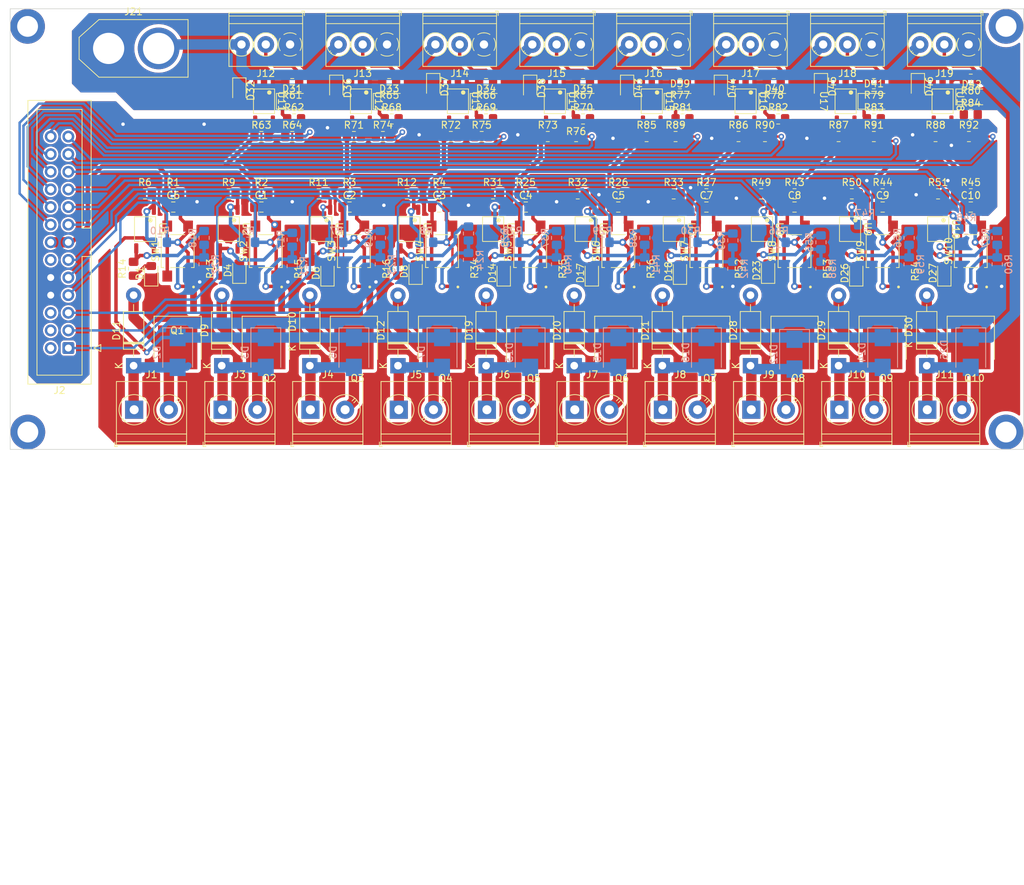
<source format=kicad_pcb>
(kicad_pcb (version 20211014) (generator pcbnew)
  (layers (0 "F.Cu" signal) (31 "B.Cu" signal) (34 "B.Paste" user) (35 "F.Paste" user) (36 "B.SilkS" user "B.Silkscreen") (37 "F.SilkS" user "F.Silkscreen") (38 "B.Mask" user) (39 "F.Mask" user) (44 "Edge.Cuts" user))
  (net 0 "")
  (net 1 "GND")
  (net 2 "+5V")
  (net 3 "Net-(C6-Pad1)")
  (net 4 "Net-(C5-Pad1)")
  (net 5 "Net-(C1-Pad1)")
  (net 6 "Net-(C7-Pad1)")
  (net 7 "Net-(C8-Pad1)")
  (net 8 "Net-(C9-Pad1)")
  (net 9 "Net-(C10-Pad1)")
  (net 10 "PB2")
  (net 11 "Net-(C2-Pad1)")
  (net 12 "PA9")
  (net 13 "Net-(C3-Pad1)")
  (net 14 "GNDPWR")
  (net 15 "Net-(D1-Pad2)")
  (net 16 "PA7")
  (net 17 "Net-(D3-Pad2)")
  (net 18 "Net-(D4-Pad2)")
  (net 19 "Net-(C4-Pad1)")
  (net 20 "+24V")
  (net 21 "Net-(D9-Pad2)")
  (net 22 "Net-(D10-Pad2)")
  (net 23 "Net-(D11-Pad2)")
  (net 24 "Net-(D12-Pad2)")
  (net 25 "Net-(D13-Pad2)")
  (net 26 "Net-(D14-Pad2)")
  (net 27 "Net-(D15-Pad2)")
  (net 28 "Net-(D16-Pad2)")
  (net 29 "Net-(D17-Pad2)")
  (net 30 "Net-(D18-Pad2)")
  (net 31 "Net-(D19-Pad2)")
  (net 32 "Net-(D20-Pad2)")
  (net 33 "Net-(D21-Pad2)")
  (net 34 "Net-(D22-Pad2)")
  (net 35 "Net-(D23-Pad2)")
  (net 36 "Net-(D24-Pad2)")
  (net 37 "Net-(D25-Pad2)")
  (net 38 "Net-(D26-Pad2)")
  (net 39 "PA6")
  (net 40 "PB1")
  (net 41 "PA5")
  (net 42 "PA4")
  (net 43 "Net-(D11-Pad1)")
  (net 44 "Net-(D10-Pad1)")
  (net 45 "Net-(D12-Pad1)")
  (net 46 "Net-(D8-Pad2)")
  (net 47 "Net-(D29-Pad2)")
  (net 48 "Net-(D30-Pad2)")
  (net 49 "Net-(D32-Pad2)")
  (net 50 "PB3")
  (net 51 "PA8")
  (net 52 "PB4")
  (net 53 "PA15")
  (net 54 "PB7")
  (net 55 "PB0")
  (net 56 "PC1")
  (net 57 "PC0")
  (net 58 "Net-(J12-Pad2)")
  (net 59 "Net-(D33-Pad1)")
  (net 60 "Net-(R5-Pad2)")
  (net 61 "Net-(D34-Pad1)")
  (net 62 "Net-(D35-Pad1)")
  (net 63 "Net-(D36-Pad2)")
  (net 64 "Net-(D37-Pad2)")
  (net 65 "Net-(D38-Pad2)")
  (net 66 "Net-(D39-Pad1)")
  (net 67 "Net-(D40-Pad1)")
  (net 68 "Net-(D41-Pad1)")
  (net 69 "Net-(R10-Pad2)")
  (net 70 "Net-(D42-Pad1)")
  (net 71 "Net-(D43-Pad2)")
  (net 72 "Net-(R13-Pad2)")
  (net 73 "Net-(R28-Pad2)")
  (net 74 "Net-(R29-Pad2)")
  (net 75 "Net-(R30-Pad2)")
  (net 76 "Net-(R35-Pad2)")
  (net 77 "Net-(R14-Pad2)")
  (net 78 "Net-(R15-Pad2)")
  (net 79 "Net-(R16-Pad2)")
  (net 80 "Net-(R36-Pad2)")
  (net 81 "Net-(R46-Pad2)")
  (net 82 "Net-(D6-Pad2)")
  (net 83 "Net-(D27-Pad2)")
  (net 84 "Net-(D28-Pad2)")
  (net 85 "Net-(R52-Pad2)")
  (net 86 "Net-(R53-Pad2)")
  (net 87 "Net-(R34-Pad2)")
  (net 88 "Net-(R47-Pad2)")
  (net 89 "Net-(R48-Pad2)")
  (net 90 "Net-(R54-Pad2)")
  (net 91 "PC10")
  (net 92 "PC11")
  (net 93 "PC12")
  (net 94 "Net-(D31-Pad1)")
  (net 95 "Net-(R63-Pad2)")
  (net 96 "PC14")
  (net 97 "PC15")
  (net 98 "PC2")
  (net 99 "PC3")
  (net 100 "Net-(D44-Pad2)")
  (net 101 "Net-(D45-Pad2)")
  (net 102 "Net-(D46-Pad2)")
  (net 103 "Net-(J13-Pad2)")
  (net 104 "Net-(J14-Pad2)")
  (net 105 "Net-(J15-Pad2)")
  (net 106 "Net-(J16-Pad2)")
  (net 107 "Net-(J17-Pad2)")
  (net 108 "Net-(J18-Pad2)")
  (net 109 "Net-(J19-Pad2)")
  (net 110 "Net-(Q1-Pad1)")
  (net 111 "Net-(Q2-Pad1)")
  (net 112 "Net-(Q3-Pad1)")
  (net 113 "Net-(Q4-Pad1)")
  (net 114 "Net-(Q5-Pad1)")
  (net 115 "Net-(Q6-Pad1)")
  (net 116 "Net-(Q7-Pad1)")
  (net 117 "Net-(Q8-Pad1)")
  (net 118 "Net-(Q9-Pad1)")
  (net 119 "Net-(Q10-Pad1)")
  (net 120 "Net-(R11-Pad2)")
  (net 121 "Net-(R71-Pad2)")
  (net 122 "Net-(R72-Pad2)")
  (net 123 "Net-(R73-Pad2)")
  (net 124 "Net-(R85-Pad2)")
  (net 125 "Net-(R86-Pad2)")
  (net 126 "Net-(R87-Pad2)")
  (net 127 "Net-(R88-Pad2)")
  (net 128 "Net-(R12-Pad2)")
  (footprint "Resistor_SMD:R_0805_2012Metric_Pad1.20x1.40mm_HandSolder" (layer "F.Cu") (at 140.7 67.945)
    (fp_text reference "R9")
    (fp_text value "10K")
  )
  (footprint "Diode_SMD:D_1206_3216Metric" (layer "F.Cu") (at 191.77 54.61)
    (fp_text reference "D35")
    (fp_text value "CD4148W")
  )
  (footprint "Resistor_SMD:R_0805_2012Metric_Pad1.20x1.40mm_HandSolder" (layer "F.Cu") (at 150.13 57.15)
    (fp_text reference "R62")
    (fp_text value "10K")
  )
  (footprint "TerminalBlock_Phoenix:TerminalBlock_Phoenix_PT-1,5-2-5.0-H_1x02_P5.00mm_Horizontal" (layer "F.Cu") (at 190.58 99.06)
    (fp_text reference "J7")
    (fp_text value "output")
  )
  (footprint "LED_SMD:LED_0805_2012Metric_Pad1.15x1.40mm_HandSolder" (layer "F.Cu") (at 198.12 52.705 -90)
    (fp_text reference "D43")
    (fp_text value "Signal")
  )
  (footprint "Resistor_SMD:R_0805_2012Metric_Pad1.20x1.40mm_HandSolder" (layer "F.Cu") (at 149.86 59.69)
    (fp_text reference "R64")
    (fp_text value "200R")
  )
  (footprint "Resistor_SMD:R_0805_2012Metric_Pad1.20x1.40mm_HandSolder" (layer "F.Cu") (at 217.9875 59.69)
    (fp_text reference "R90")
    (fp_text value "200R")
  )
  (footprint "PolyuRobotics:DPAK228P994X240-4N" (layer "F.Cu") (at 222.25 87.63 180)
    (fp_text reference "Q8")
    (fp_text value "AOD4184A")
  )
  (footprint "TerminalBlock_Phoenix:TerminalBlock_Phoenix_PT-1,5-3-3.5-H_1x03_P3.50mm_Horizontal" (layer "F.Cu") (at 163.52 46.42 180)
    (fp_text reference "J13")
    (fp_text value "PORT")
  )
  (footprint "LED_SMD:LED_0805_2012Metric_Pad1.15x1.40mm_HandSolder" (layer "F.Cu") (at 193.04 79.375 90)
    (fp_text reference "D17")
    (fp_text value "indictor")
  )
  (footprint "Capacitor_SMD:C_0805_2012Metric_Pad1.18x1.45mm_HandSolder" (layer "F.Cu") (at 234.95 69.85)
    (fp_text reference "C9")
    (fp_text value "100nF")
  )
  (footprint "PolyuRobotics:DPAK228P994X240-4N" (layer "F.Cu") (at 209.55 87.63 180)
    (fp_text reference "Q7")
    (fp_text value "AOD4184A")
  )
  (footprint "LED_SMD:LED_0805_2012Metric_Pad1.15x1.40mm_HandSolder" (layer "F.Cu") (at 167.64 79.13 90)
    (fp_text reference "D8")
    (fp_text value "indictor")
  )
  (footprint "Resistor_SMD:R_0805_2012Metric_Pad1.20x1.40mm_HandSolder" (layer "F.Cu") (at 186.69 59.69)
    (fp_text reference "R73")
    (fp_text value "4K7")
  )
  (footprint "LED_SMD:LED_0805_2012Metric_Pad1.15x1.40mm_HandSolder" (layer "F.Cu") (at 180.34 79.375 90)
    (fp_text reference "D14")
    (fp_text value "indictor")
  )
  (footprint "PolyuRobotics:EL357N" (layer "F.Cu") (at 201.93 54.61 -90)
    (fp_text reference "U15")
    (fp_text value "EL357N")
  )
  (footprint "Resistor_SMD:R_0805_2012Metric_Pad1.20x1.40mm_HandSolder" (layer "F.Cu") (at 228.6 59.69)
    (fp_text reference "R87")
    (fp_text value "4K7")
  )
  (footprint "Button_Switch_SMD:SW_SPST_TL3305A" (layer "F.Cu") (at 209.55 76.2 90)
    (fp_text reference "SW7")
    (fp_text value "SW_Push")
  )
  (footprint "LED_SMD:LED_0805_2012Metric_Pad1.15x1.40mm_HandSolder" (layer "F.Cu") (at 218.44 78.985 90)
    (fp_text reference "D23")
    (fp_text value "indictor")
  )
  (footprint "Resistor_SMD:R_0805_2012Metric_Pad1.20x1.40mm_HandSolder" (layer "F.Cu") (at 190.77 59.69)
    (fp_text reference "R76")
    (fp_text value "200R")
  )
  (footprint "TerminalBlock_Phoenix:TerminalBlock_Phoenix_PT-1,5-3-3.5-H_1x03_P3.50mm_Horizontal" (layer "F.Cu") (at 233.37 46.42 180)
    (fp_text reference "J18")
    (fp_text value "PORT")
  )
  (footprint "TerminalBlock_Phoenix:TerminalBlock_Phoenix_PT-1,5-2-5.0-H_1x02_P5.00mm_Horizontal" (layer "F.Cu") (at 203.28 99.06)
    (fp_text reference "J8")
    (fp_text value "output")
  )
  (footprint "Resistor_SMD:R_0805_2012Metric_Pad1.20x1.40mm_HandSolder" (layer "F.Cu") (at 177.8 78.74 90)
    (fp_text reference "R34")
    (fp_text value "3.3K")
  )
  (footprint "Button_Switch_SMD:SW_SPST_TL3305A" (layer "F.Cu") (at 133.35 76.2 90)
    (fp_text reference "SW1")
    (fp_text value "SW_Push")
  )
  (footprint "Resistor_SMD:R_0805_2012Metric_Pad1.20x1.40mm_HandSolder" (layer "F.Cu") (at 165.1 78.74 90)
    (fp_text reference "R16")
    (fp_text value "3.3K")
  )
  (footprint "PolyuRobotics:EL357N" (layer "F.Cu") (at 243.84 54.61 -90)
    (fp_text reference "U18")
    (fp_text value "EL357N")
  )
  (footprint "PolyuRobotics:EL357N" (layer "F.Cu") (at 230.505 73.025 -90)
    (fp_text reference "U9")
    (fp_text value "EL357N")
  )
  (footprint "Resistor_SMD:R_0805_2012Metric_Pad1.20x1.40mm_HandSolder" (layer "F.Cu") (at 217.44 67.945)
    (fp_text reference "R49")
    (fp_text value "10K")
  )
  (footprint "Resistor_SMD:R_0805_2012Metric_Pad1.20x1.40mm_HandSolder" (layer "F.Cu") (at 127 78.74 90)
    (fp_text reference "R14")
    (fp_text value "3.3K")
  )
  (footprint "PolyuRobotics:EL357N" (layer "F.Cu") (at 243.205 73.025 -90)
    (fp_text reference "U10")
    (fp_text value "EL357N")
  )
  (footprint "Capacitor_SMD:C_0805_2012Metric_Pad1.18x1.45mm_HandSolder" (layer "F.Cu") (at 145.415 69.85)
    (fp_text reference "C1")
    (fp_text value "100nF")
  )
  (footprint "Resistor_SMD:R_0805_2012Metric_Pad1.20x1.40mm_HandSolder" (layer "F.Cu") (at 203.2 78.74 90)
    (fp_text reference "R36")
    (fp_text value "3.3K")
  )
  (footprint "PolyuRobotics:EL357N" (layer "F.Cu") (at 192.405 73.025 -90)
    (fp_text reference "U6")
    (fp_text value "EL357N")
  )
  (footprint "LED_SMD:LED_0805_2012Metric_Pad1.15x1.40mm_HandSolder" (layer "F.Cu") (at 211.6375 52.705 -90)
    (fp_text reference "D44")
    (fp_text value "Signal")
  )
  (footprint "TerminalBlock_Phoenix:TerminalBlock_Phoenix_PT-1,5-3-3.5-H_1x03_P3.50mm_Horizontal" (layer "F.Cu") (at 149.55 46.42 180)
    (fp_text reference "J12")
    (fp_text value "PORT")
  )
  (footprint "PolyuRobotics:EL357N" (layer "F.Cu") (at 215.4475 54.61 -90)
    (fp_text reference "U16")
    (fp_text value "EL357N")
  )
  (footprint "Resistor_SMD:R_0805_2012Metric_Pad1.20x1.40mm_HandSolder" (layer "F.Cu") (at 191.77 52.07 180)
    (fp_text reference "R67")
    (fp_text value "4K7")
  )
  (footprint "Resistor_SMD:R_0805_2012Metric_Pad1.20x1.40mm_HandSolder" (layer "F.Cu") (at 128.635 67.945)
    (fp_text reference "R6")
    (fp_text value "10K")
  )
  (footprint "LED_SMD:LED_0805_2012Metric_Pad1.15x1.40mm_HandSolder" (layer "F.Cu") (at 226.06 52.46 -90)
    (fp_text reference "D45")
    (fp_text value "Signal")
  )
  (footprint "Button_Switch_SMD:SW_SPST_TL3305A" (layer "F.Cu") (at 222.25 76.2 90)
    (fp_text reference "SW8")
    (fp_text value "SW_Push")
  )
  (footprint "TerminalBlock_Phoenix:TerminalBlock_Phoenix_PT-1,5-3-3.5-H_1x03_P3.50mm_Horizontal" (layer "F.Cu") (at 219.4 46.42 180)
    (fp_text reference "J17")
    (fp_text value "PORT")
  )
  (footprint "Resistor_SMD:R_0805_2012Metric_Pad1.20x1.40mm_HandSolder" (layer "F.Cu") (at 206.105 57.15)
    (fp_text reference "R81")
    (fp_text value "10K")
  )
  (footprint "LED_SMD:LED_0805_2012Metric_Pad1.15x1.40mm_HandSolder" (layer "F.Cu") (at 231.14 79.375 90)
    (fp_text reference "D26")
    (fp_text value "indictor")
  )
  (footprint "Resistor_SMD:R_0805_2012Metric_Pad1.20x1.40mm_HandSolder" (layer "F.Cu") (at 247.65 67.945)
    (fp_text reference "R45")
    (fp_text value "1k")
  )
  (footprint "Capacitor_SMD:C_0805_2012Metric_Pad1.18x1.45mm_HandSolder" (layer "F.Cu") (at 171.0475 69.85)
    (fp_text reference "C3")
    (fp_text value "100nF")
  )
  (footprint "Resistor_SMD:R_0805_2012Metric_Pad1.20x1.40mm_HandSolder" (layer "F.Cu") (at 233.68 59.69)
    (fp_text reference "R91")
    (fp_text value "200R")
  )
  (footprint "TerminalBlock_Phoenix:TerminalBlock_Phoenix_PT-1,5-2-5.0-H_1x02_P5.00mm_Horizontal" (layer "F.Cu") (at 241.38 99.06)
    (fp_text reference "J11")
    (fp_text value "output")
  )
  (footprint "Resistor_SMD:R_0805_2012Metric_Pad1.20x1.40mm_HandSolder" (layer "F.Cu") (at 204.835 67.945)
    (fp_text reference "R33")
    (fp_text value "10K")
  )
  (footprint "TerminalBlock_Phoenix:TerminalBlock_Phoenix_PT-1,5-2-5.0-H_1x02_P5.00mm_Horizontal" (layer "F.Cu") (at 177.92 99.06)
    (fp_text reference "J6")
    (fp_text value "output")
  )
  (footprint "PolyuRobotics:DPAK228P994X240-4N" (layer "F.Cu") (at 133.35 87.63 180)
    (fp_text reference "Q1")
    (fp_text value "AOD4184A")
  )
  (footprint "Resistor_SMD:R_0805_2012Metric_Pad1.20x1.40mm_HandSolder" (layer "F.Cu") (at 247.38 59.69)
    (fp_text reference "R92")
    (fp_text value "200R")
  )
  (footprint "Resistor_SMD:R_0805_2012Metric_Pad1.20x1.40mm_HandSolder" (layer "F.Cu") (at 145.415 59.69)
    (fp_text reference "R63")
    (fp_text value "4K7")
  )
  (footprint "TerminalBlock_Phoenix:TerminalBlock_Phoenix_PT-1,5-2-5.0-H_1x02_P5.00mm_Horizontal" (layer "F.Cu") (at 139.82 99.06)
    (fp_text reference "J3")
    (fp_text value "output")
  )
  (footprint "Diode_THT:D_DO-41_SOD81_P10.16mm_Horizontal" (layer "F.Cu") (at 228.6 92.71 90)
    (fp_text reference "D29")
    (fp_text value "1N4001")
  )
  (footprint "TerminalBlock_Phoenix:TerminalBlock_Phoenix_PT-1,5-2-5.0-H_1x02_P5.00mm_Horizontal" (layer "F.Cu") (at 228.72 99.06)
    (fp_text reference "J10")
    (fp_text value "output")
  )
  (footprint "PolyuRobotics:EL357N" (layer "F.Cu") (at 154.305 73.025 -90)
    (fp_text reference "U3")
    (fp_text value "EL357N")
  )
  (footprint "PolyuRobotics:DPAK228P994X240-4N" (layer "F.Cu") (at 171.45 87.63 180)
    (fp_text reference "Q4")
    (fp_text value "AOD4184A")
  )
  (footprint "Diode_SMD:D_1206_3216Metric" (layer "F.Cu") (at 219.3875 54.61)
    (fp_text reference "D40")
    (fp_text value "CD4148W")
  )
  (footprint "Resistor_SMD:R_0805_2012Metric_Pad1.20x1.40mm_HandSolder" (layer "F.Cu") (at 177.8 52.07 180)
    (fp_text reference "R66")
    (fp_text value "4K7")
  )
  (footprint "LED_SMD:LED_0805_2012Metric_Pad1.15x1.40mm_HandSolder" (layer "F.Cu") (at 156.21 52.705 -90)
    (fp_text reference "D36")
    (fp_text value "Signal")
  )
  (footprint "Capacitor_SMD:C_0805_2012Metric_Pad1.18x1.45mm_HandSolder" (layer "F.Cu") (at 183.515 69.85)
    (fp_text reference "C4")
    (fp_text value "100nF")
  )
  (footprint "LED_SMD:LED_0805_2012Metric_Pad1.15x1.40mm_HandSolder" (layer "F.Cu") (at 240.03 52.46 -90)
    (fp_text reference "D46")
    (fp_text value "Signal")
  )
  (footprint "Resistor_SMD:R_0805_2012Metric_Pad1.20x1.40mm_HandSolder" (layer "F.Cu") (at 171.0475 67.945)
    (fp_text reference "R4")
    (fp_text value "1k")
  )
  (footprint "Resistor_SMD:R_0805_2012Metric_Pad1.20x1.40mm_HandSolder" (layer "F.Cu") (at 234.95 67.945)
    (fp_text reference "R44")
    (fp_text value "1k")
  )
  (footprint "LED_SMD:LED_0805_2012Metric_Pad1.15x1.40mm_HandSolder" (layer "F.Cu") (at 170.18 52.46 -90)
    (fp_text reference "D37")
    (fp_text value "Signal")
  )
  (footprint "Capacitor_SMD:C_0805_2012Metric_Pad1.18x1.45mm_HandSolder" (layer "F.Cu") (at 196.85 69.85)
    (fp_text reference "C5")
    (fp_text value "100nF")
  )
  (footprint "Connector_IDC:IDC-Header_2x13_P2.54mm_Vertical" (layer "F.Cu") (at 117.5925 90.17 180)
    (fp_text reference "J2")
    (fp_text value "Conn_02x13_Odd_Even")
  )
  (footprint "TerminalBlock_Phoenix:TerminalBlock_Phoenix_PT-1,5-2-5.0-H_1x02_P5.00mm_Horizontal" (layer "F.Cu") (at 165.22 99.06)
    (fp_text reference "J5")
    (fp_text value "output")
  )
  (footprint "TerminalBlock_Phoenix:TerminalBlock_Phoenix_PT-1,5-2-5.0-H_1x02_P5.00mm_Horizontal" (layer "F.Cu") (at 127.08 99.06)
    (fp_text reference "J1")
    (fp_text value "output")
  )
  (footprint "PolyuRobotics:DPAK228P994X240-4N" (layer "F.Cu") (at 146.05 87.63 180)
    (fp_text reference "Q2")
    (fp_text value "AOD4184A")
  )
  (footprint "PolyuRobotics:EL357N" (layer "F.Cu") (at 128.905 73.025 -90)
    (fp_text reference "U1")
    (fp_text value "EL357N")
  )
  (footprint "PolyuRobotics:EL357N" (layer "F.Cu") (at 205.105 73.025 -90)
    (fp_text reference "U7")
    (fp_text value "EL357N")
  )
  (footprint "LED_SMD:LED_0805_2012Metric_Pad1.15x1.40mm_HandSolder" (layer "F.Cu") (at 142.24 78.985 90)
    (fp_text reference "D4")
    (fp_text value "indictor")
  )
  (footprint "Resistor_SMD:R_0805_2012Metric_Pad1.20x1.40mm_HandSolder" (layer "F.Cu") (at 145.415 67.945)
    (fp_text reference "R2")
    (fp_text value "1k")
  )
  (footprint "PolyuRobotics:EL357N" (layer "F.Cu") (at 140.97 73.025 -90)
    (fp_text reference "U2")
    (fp_text value "EL357N")
  )
  (footprint "Connector_AMASS:AMASS_XT60-M_1x02_P7.20mm_Vertical" (layer "F.Cu") (at 123.4 46.99)
    (fp_text reference "J21")
    (fp_text value "XT60-M")
  )
  (footprint "Diode_THT:D_DO-41_SOD81_P10.16mm_Horizontal" (layer "F.Cu") (at 241.3 92.71 90)
    (fp_text reference "D30")
    (fp_text value "1N4001")
  )
  (footprint "Resistor_SMD:R_0805_2012Metric_Pad1.20x1.40mm_HandSolder" (layer "F.Cu") (at 191.008 67.945)
    (fp_text reference "R32")
    (fp_text value "10K")
  )
  (footprint "Resistor_SMD:R_0805_2012Metric_Pad1.20x1.40mm_HandSolder" (layer "F.Cu") (at 177.165 59.69)
    (fp_text reference "R75")
    (fp_text value "200R")
  )
  (footprint "Resistor_SMD:R_0805_2012Metric_Pad1.20x1.40mm_HandSolder" (layer "F.Cu") (at 242.935 67.945)
    (fp_text reference "R51")
    (fp_text value "10K")
  )
  (footprint "Capacitor_SMD:C_0805_2012Metric_Pad1.18x1.45mm_HandSolder" (layer "F.Cu") (at 132.715 69.85)
    (fp_text reference "C6")
    (fp_text value "100nF")
  )
  (footprint "Resistor_SMD:R_0805_2012Metric_Pad1.20x1.40mm_HandSolder" (layer "F.Cu") (at 233.68 52.07 180)
    (fp_text reference "R79")
    (fp_text value "4K7")
  )
  (footprint "PolyuRobotics:DPAK228P994X240-4N" (layer "F.Cu") (at 196.85 87.63 180)
    (fp_text reference "Q6")
    (fp_text value "AOD4184A")
  )
  (footprint "TerminalBlock_Phoenix:TerminalBlock_Phoenix_PT-1,5-3-3.5-H_1x03_P3.50mm_Horizontal" (layer "F.Cu") (at 191.46 46.42 180)
    (fp_text reference "J15")
    (fp_text value "PORT")
  )
  (footprint "Diode_SMD:D_1206_3216Metric" (layer "F.Cu") (at 149.86 54.61)
    (fp_text reference "D31")
    (fp_text value "CD4148W")
  )
  (footprint "PolyuRobotics:EL357N" (layer "F.Cu") (at 179.07 73.025 -90)
    (fp_text reference "U5")
    (fp_text value "EL357N")
  )
  (footprint "Resistor_SMD:R_0805_2012Metric_Pad1.20x1.40mm_HandSolder" (layer "F.Cu") (at 172.72 59.69)
    (fp_text reference "R72")
    (fp_text value "4K7")
  )
  (footprint "Resistor_SMD:R_0805_2012Metric_Pad1.20x1.40mm_HandSolder" (layer "F.Cu") (at 152.4 78.74 90)
    (fp_text reference "R15")
    (fp_text value "3.3K")
  )
  (footprint "Resistor_SMD:R_0805_2012Metric_Pad1.20x1.40mm_HandSolder" (layer "F.Cu") (at 242.57 59.69)
    (fp_text reference "R88")
    (fp_text value "4K7")
  )
  (footprint "Resistor_SMD:R_0805_2012Metric_Pad1.20x1.40mm_HandSolder" (layer "F.Cu") (at 166.37 67.945)
    (fp_text reference "R12")
    (fp_text value "10K")
  )
  (footprint "Diode_THT:D_DO-41_SOD81_P10.16mm_Horizontal" (layer "F.Cu") (at 165.1 92.71 90)
    (fp_text reference "D12")
    (fp_text value "1N4001")
  )
  (footprint "LED_SMD:LED_0805_2012Metric_Pad1.15x1.40mm_HandSolder" (layer "F.Cu") (at 154.94 79.375 90)
    (fp_text reference "D6")
    (fp_text value "indictor")
  )
  (footprint "Resistor_SMD:R_0805_2012Metric_Pad1.20x1.40mm_HandSolder" (layer "F.Cu") (at 205.105 59.69)
    (fp_text reference "R89")
    (fp_text value "200R")
  )
  (footprint "Resistor_SMD:R_0805_2012Metric_Pad1.20x1.40mm_HandSolder" (layer "F.Cu") (at 247.65 51.435 180)
    (fp_text reference "R80")
    (fp_text value "4K7")
  )
  (footprint "Resistor_SMD:R_0805_2012Metric_Pad1.20x1.40mm_HandSolder" (layer "F.Cu") (at 162.925 59.69)
    (fp_text reference "R74")
    (fp_text value "200R")
  )
  (footprint "Resistor_SMD:R_0805_2012Metric_Pad1.20x1.40mm_HandSolder" (layer "F.Cu") (at 219.8925 57.15)
    (fp_text reference "R82")
    (fp_text value "10K")
  )
  (footprint "TerminalBlock_Phoenix:TerminalBlock_Phoenix_PT-1,5-3-3.5-H_1x03_P3.50mm_Horizontal" (layer "F.Cu") (at 205.43 46.42 180)
    (fp_text reference "J16")
    (fp_text value "PORT")
  )
  (footprint "Resistor_SMD:R_0805_2012Metric_Pad1.20x1.40mm_HandSolder" (layer "F.Cu") (at 191.77 57.15)
    (fp_text reference "R70")
    (fp_text value "10K")
  )
  (footprint "Resistor_SMD:R_0805_2012Metric_Pad1.20x1.40mm_HandSolder" (layer "F.Cu") (at 219.2575 52.07 180)
    (fp_text reference "R78")
    (fp_text value "4K7")
  )
  (footprint "Resistor_SMD:R_0805_2012Metric_Pad1.20x1.40mm_HandSolder" (layer "F.Cu") (at 177.8 57.15)
    (fp_text reference "R69")
    (fp_text value "10K")
  )
  (footprint "Button_Switch_SMD:SW_SPST_TL3305A" (layer "F.Cu") (at 146.05 76.2 90)
    (fp_text reference "SW2")
    (fp_text value "SW_Push")
  )
  (footprint "LED_SMD:LED_0805_2012Metric_Pad1.15x1.40mm_HandSolder" (layer "F.Cu") (at 205.74 79.13 90)
    (fp_text reference "D18")
    (fp_text value "indictor")
  )
  (footprint "Diode_SMD:D_1206_3216Metric" (layer "F.Cu") (at 233.68 54.61)
    (fp_text reference "D41")
    (fp_text value "CD4148W")
  )
  (footprint "Resistor_SMD:R_0805_2012Metric_Pad1.20x1.40mm_HandSolder" (layer "F.Cu") (at 132.715 67.945)
    (fp_text reference "R1")
    (fp_text value "1k")
  )
  (footprint "Capacitor_SMD:C_0805_2012Metric_Pad1.18x1.45mm_HandSolder" (layer "F.Cu") (at 247.65 69.85)
    (fp_text reference "C10")
    (fp_text value "100nF")
  )
  (footprint "Resistor_SMD:R_0805_2012Metric_Pad1.20x1.40mm_HandSolder" (layer "F.Cu") (at 228.6 78.74 90)
    (fp_text reference "R53")
    (fp_text value "3.3K")
  )
  (footprint "PolyuRobotics:EL357N" (layer "F.Cu") (at 217.805 73.025 -90)
    (fp_text reference "U8")
    (fp_text value "EL357N")
  )
  (footprint "Resistor_SMD:R_0805_2012Metric_Pad1.20x1.40mm_HandSolder" (layer "F.Cu") (at 209.55 67.945)
    (fp_text reference "R27")
    (fp_text value "1k")
  )
  (footprint "TerminalBlock_Phoenix:TerminalBlock_Phoenix_PT-1,5-3-3.5-H_1x03_P3.50mm_Horizontal" (layer "F.Cu") (at 247.34 46.42 180)
    (fp_text reference "J19")
    (fp_text value "PORT")
  )
  (footprint "PolyuRobotics:DPAK228P994X240-4N" (layer "F.Cu") (at 184.15 87.63 180)
    (fp_text reference "Q5")
    (fp_text value "AOD4184A")
  )
  (footprint "Resistor_SMD:R_0805_2012Metric_Pad1.20x1.40mm_HandSolder" (layer "F.Cu") (at 196.85 67.945)
    (fp_text reference "R26")
    (fp_text value "1k")
  )
  (footprint "Resistor_SMD:R_0805_2012Metric_Pad1.20x1.40mm_HandSolder" (layer "F.Cu") (at 247.65 56.515)
    (fp_text reference "R84")
    (fp_text value "10K")
  )
  (footprint "Resistor_SMD:R_0805_2012Metric_Pad1.20x1.40mm_HandSolder" (layer "F.Cu") (at 222.25 67.945)
    (fp_text reference "R43")
    (fp_text value "1k")
  )
  (footprint "LED_SMD:LED_0805_2012Metric_Pad1.15x1.40mm_HandSolder" (layer "F.Cu") (at 184.15 52.705 -90)
    (fp_text reference "D38")
    (fp_text value "Signal")
  )
  (footprint "Resistor_SMD:R_0805_2012Metric_Pad1.20x1.40mm_HandSolder" (layer "F.Cu") (at 139.7 78.74 90)
    (fp_text reference "R13")
    (fp_text value "3.3K")
  )
  (footprint "PolyuRobotics:DPAK228P994X240-4N" (layer "F.Cu") (at 158.75 87.63 180)
    (fp_text reference "Q3")
    (fp_text value "AOD4184A")
  )
  (footprint "Diode_THT:D_DO-41_SOD81_P10.16mm_Horizontal" (layer "F.Cu") (at 127 92.71 90)
    (fp_text reference "D11")
    (fp_text value "1N4001")
  )
  (footprint "PolyuRobotics:EL357N" (layer "F.Cu") (at 160.02 54.61 -90)
    (fp_text reference "U12")
    (fp_text value "EL357N")
  )
  (footprint "Resistor_SMD:R_0805_2012Metric_Pad1.20x1.40mm_HandSolder" (layer "F.Cu") (at 149.86 52.07 180)
    (fp_text reference "R61")
    (fp_text value "4K7")
  )
  (footprint "PolyuRobotics:EL357N" (layer "F.Cu") (at 146.05 54.61 -90)
    (fp_text reference "U11")
    (fp_text value "EL357N")
  )
  (footprint "TerminalBlock_Phoenix:TerminalBlock_Phoenix_PT-1,5-3-3.5-H_1x03_P3.50mm_Horizontal" (layer "F.Cu") (at 177.49 46.42 180)
    (fp_text reference "J14")
    (fp_text value "PORT")
  )
  (footprint "Resistor_SMD:R_0805_2012Metric_Pad1.20x1.40mm_HandSolder" (layer "F.Cu") (at 163.83 52.07 180)
    (fp_text reference "R65")
    (fp_text value "4K7")
  )
  (footprint "PolyuRobotics:EL357N" (layer "F.Cu") (at 187.96 54.61 -90)
    (fp_text reference "U14")
    (fp_text value "EL357N")
  )
  (footprint "Button_Switch_SMD:SW_SPST_TL3305A" (layer "F.Cu") (at 196.85 76.2 90)
    (fp_text reference "SW6")
    (fp_text value "SW_Push")
  )
  (footprint "Resistor_SMD:R_0805_2012Metric_Pad1.20x1.40mm_HandSolder" (layer "F.Cu") (at 230.505 67.945)
    (fp_text reference "R50")
    (fp_text value "10K")
  )
  (footprint "TerminalBlock_Phoenix:TerminalBlock_Phoenix_PT-1,5-2-5.0-H_1x02_P5.00mm_Horizontal" (layer "F.Cu") (at 216.02 99.06)
    (fp_text reference "J9")
    (fp_text value "output")
  )
  (footprint "Diode_SMD:D_1206_3216Metric" (layer "F.Cu") (at 205.74 54.61)
    (fp_text reference "D39")
    (fp_text value "CD4148W")
  )
  (footprint "PolyuRobotics:EL357N" (layer "F.Cu") (at 167.005 73.025 -90)
    (fp_text reference "U4")
    (fp_text value "EL357N")
  )
  (footprint "LED_SMD:LED_0805_2012Metric_Pad1.15x1.40mm_HandSolder" (layer "F.Cu") (at 243.84 79.375 90)
    (fp_text reference "D27")
    (fp_text value "indictor")
  )
  (footprint "Diode_THT:D_DO-41_SOD81_P10.16mm_Horizontal" (layer "F.Cu") (at 152.4 92.71 90)
    (fp_text reference "D10")
    (fp_text value "1N4001")
  )
  (footprint "Resistor_SMD:R_0805_2012Metric_Pad1.20x1.40mm_HandSolder" (layer "F.Cu") (at 215.9 78.74 90)
    (fp_text reference "R52")
    (fp_text value "3.3K")
  )
  (footprint "Button_Switch_SMD:SW_SPST_TL3305A" (layer "F.Cu") (at 184.15 76.2 90)
    (fp_text reference "SW5")
    (fp_text value "SW_Push")
  )
  (footprint "Resistor_SMD:R_0805_2012Metric_Pad1.20x1.40mm_HandSolder" (layer "F.Cu") (at 205.74 52.07 180)
    (fp_text reference "R77")
    (fp_text value "4K7")
  )
  (footprint "Resistor_SMD:R_0805_2012Metric_Pad1.20x1.40mm_HandSolder" (layer "F.Cu") (at 158.115 67.945)
    (fp_text reference "R3")
    (fp_text value "1k")
  )
  (footprint "Resistor_SMD:R_0805_2012Metric_Pad1.20x1.40mm_HandSolder" (layer "F.Cu") (at 200.93 59.69)
    (fp_text reference "R85")
    (fp_text value "4K7")
  )
  (footprint "Diode_THT:D_DO-41_SOD81_P10.16mm_Horizontal" (layer "F.Cu") (at 190.5 92.71 90)
    (fp_text reference "D20")
    (fp_text value "1N4001")
  )
  (footprint "Diode_SMD:D_1206_3216Metric" (layer "F.Cu") (at 247.78 53.975)
    (fp_text reference "D42")
    (fp_text value "CD4148W")
  )
  (footprint "Resistor_SMD:R_0805_2012Metric_Pad1.20x1.40mm_HandSolder" (layer "F.Cu") (at 214.1775 59.69)
    (fp_text reference "R86")
    (fp_text value "4K7")
  )
  (footprint "Resistor_SMD:R_0805_2012Metric_Pad1.20x1.40mm_HandSolder" (layer "F.Cu") (at 241.3 79.105 90)
    (fp_text reference "R54")
    (fp_text value "3.3K")
  )
  (footprint "LED_SMD:LED_0805_2012Metric_Pad1.15x1.40mm_HandSolder" (layer "F.Cu") (at 142.24 53.095 -90)
    (fp_text reference "D32")
    (fp_text value "Signal")
  )
  (footprint "Button_Switch_SMD:SW_SPST_TL3305A" (layer "F.Cu") (at 158.75 76.2 90)
    (fp_text reference "SW3")
    (fp_text value "SW_Push")
  )
  (footprint "Resistor_SMD:R_0805_2012Metric_Pad1.20x1.40mm_HandSolder" (layer "F.Cu") (at 183.515 67.945)
    (fp_text reference "R25")
    (fp_text value "1k")
  )
  (footprint "Resistor_SMD:R_0805_2012Metric_Pad1.20x1.40mm_HandSolder" (layer "F.Cu") (at 153.67 67.945)
    (fp_text reference "R11")
    (fp_text value "10K")
  )
  (footprint "Diode_SMD:D_1206_3216Metric" (layer "F.Cu") (at 177.8 54.61)
    (fp_text reference "D34")
    (fp_text value "CD4148W")
  )
  (footprint "Diode_SMD:D_1206_3216Metric" (layer "F.Cu") (at 163.83 54.61)
    (fp_text reference "D33")
    (fp_text value "CD4148W")
  )
  (footprint "Resistor_SMD:R_0805_2012Metric_Pad1.20x1.40mm_HandSolder" (layer "F.Cu") (at 178.8 67.945)
    (fp_text reference "R31")
    (fp_text value "10K")
  )
  (footprint "Capacitor_SMD:C_0805_2012Metric_Pad1.18x1.45mm_HandSolder" (layer "F.Cu") (at 158.115 69.85)
    (fp_text reference "C2")
    (fp_text value "100nF")
  )
  (footprint "Button_Switch_SMD:SW_SPST_TL3305A" (layer "F.Cu") (at 171.45 76.2 90)
    (fp_text reference "SW4")
    (fp_text value "SW_Push")
  )
  (footprint "PolyuRobotics:EL357N" (layer "F.Cu") (at 229.87 54.61 -90)
    (fp_text reference "U17")
    (fp_text value "EL357N")
  )
  (footprint "Resistor_SMD:R_0805_2012Metric_Pad1.20x1.40mm_HandSolder" (layer "F.Cu") (at 233.68 57.15)
    (fp_text reference "R83")
    (fp_text value "10K")
  )
  (footprint "LED_SMD:LED_0805_2012Metric_Pad1.15x1.40mm_HandSolder" (layer "F.Cu") (at 129.54 79.375 90)
    (fp_text reference "D1")
    (fp_text value "indictor")
  )
  (footprint "Diode_THT:D_DO-41_SOD81_P10.16mm_Horizontal" (layer "F.Cu") (at 215.9 92.71 90)
    (fp_text reference "D28")
    (fp_text value "1N4001")
  )
  (footprint "Capacitor_SMD:C_0805_2012Metric_Pad1.18x1.45mm_HandSolder" (layer "F.Cu") (at 222.25 69.85)
    (fp_text reference "C8")
    (fp_text value "100nF")
  )
  (footprint "Button_Switch_SMD:SW_SPST_TL3305A" (layer "F.Cu") (at 234.95 76.2 90)
    (fp_text reference "SW9")
    (fp_text value "SW_Push")
  )
  (footprint "TerminalBlock_Phoenix:TerminalBlock_Phoenix_PT-1,5-2-5.0-H_1x02_P5.00mm_Horizontal" (layer "F.Cu") (at 152.48 99.06)
    (fp_text reference "J4")
    (fp_text value "output")
  )
  (footprint "PolyuRobotics:DPAK228P994X240-4N" (layer "F.Cu") (at 247.65 87.63 180)
    (fp_text reference "Q10")
    (fp_text value "AOD4184A")
  )
  (footprint "Diode_THT:D_DO-41_SOD81_P10.16mm_Horizontal" (layer "F.Cu") (at 177.8 92.71 90)
    (fp_text reference "D19")
    (fp_text value "1N4001")
  )
  (footprint "Resistor_SMD:R_0805_2012Metric_Pad1.20x1.40mm_HandSolder" (layer "F.Cu") (at 190.5 78.74 90)
    (fp_text reference "R35")
    (fp_text value "3.3K")
  )
  (footprint "Diode_THT:D_DO-41_SOD81_P10.16mm_Horizontal" (layer "F.Cu") (at 139.7 92.71 90)
    (fp_text reference "D9")
    (fp_text value "1N4001")
  )
  (footprint "PolyuRobotics:EL357N" (layer "F.Cu") (at 173.99 54.61 -90)
    (fp_text reference "U13")
    (fp_text value "EL357N")
  )
  (footprint "Resistor_SMD:R_0805_2012Metric_Pad1.20x1.40mm_HandSolder" (layer "F.Cu") (at 164.195 57.15)
    (fp_text reference "R68")
    (fp_text value "10K")
  )
  (footprint "Button_Switch_SMD:SW_SPST_TL3305A" (layer "F.Cu") (at 247.65 76.2 90)
    (fp_text reference "SW10")
    (fp_text value "SW_Push")
  )
  (footprint "Resistor_SMD:R_0805_2012Metric_Pad1.20x1.40mm_HandSolder" (layer "F.Cu") (at 158.75 59.69)
    (fp_text reference "R71")
    (fp_text value "4K7")
  )
  (footprint "Capacitor_SMD:C_0805_2012Metric_Pad1.18x1.45mm_HandSolder" (layer "F.Cu") (at 209.55 69.85)
    (fp_text reference "C7")
    (fp_text value "100nF")
  )
  (footprint "PolyuRobotics:DPAK228P994X240-4N" (layer "F.Cu") (at 234.95 87.63 180)
    (fp_text reference "Q9")
    (fp_text value "AOD4184A")
  )
  (footprint "Diode_THT:D_DO-41_SOD81_P10.16mm_Horizontal" (layer "F.Cu") (at 203.2 92.71 90)
    (fp_text reference "D21")
    (fp_text value "1N4001")
  )
  (footprint "Resistor_SMD:R_0805_2012Metric_Pad1.20x1.40mm_HandSolder" (layer "B.Cu") (at 213.36 78.74 90)
    (fp_text reference "R42")
    (fp_text value "10k")
  )
  (footprint "Resistor_SMD:R_0805_2012Metric_Pad1.20x1.40mm_HandSolder" (layer "B.Cu") (at 219.98 74.93 180)
    (fp_text reference "R46")
    (fp_text value "470R")
  )
  (footprint "Resistor_SMD:R_0805_2012Metric_Pad1.20x1.40mm_HandSolder" (layer "B.Cu") (at 162.56 78.105 90)
    (fp_text reference "R23")
    (fp_text value "10k")
  )
  (footprint "Resistor_SMD:R_0805_2012Metric_Pad1.20x1.40mm_HandSolder" (layer "B.Cu") (at 226.06 74.93 -90)
    (fp_text reference "R55")
    (fp_text value "100R")
  )
  (footprint "Diode_SMD:D_SMB" (layer "B.Cu") (at 247.65 90.805 -90)
    (fp_text reference "D25")
    (fp_text value "SS24")
  )
  (footprint "Resistor_SMD:R_0805_2012Metric_Pad1.20x1.40mm_HandSolder" (layer "B.Cu") (at 251.46 74.295 -90)
    (fp_text reference "R57")
    (fp_text value "100R")
  )
  (footprint "Resistor_SMD:R_0805_2012Metric_Pad1.20x1.40mm_HandSolder" (layer "B.Cu") (at 143.51 74.93 180)
    (fp_text reference "R5")
    (fp_text value "470R")
  )
  (footprint "Diode_SMD:D_SMB" (layer "B.Cu") (at 196.85 90.805 -90)
    (fp_text reference "D15")
    (fp_text value "SS24")
  )
  (footprint "Resistor_SMD:R_0805_2012Metric_Pad1.20x1.40mm_HandSolder" (layer "B.Cu") (at 187.96 78.105 90)
    (fp_text reference "R40")
    (fp_text value "10k")
  )
  (footprint "Diode_SMD:D_SMB" (layer "B.Cu") (at 222.25 91.05 -90)
    (fp_text reference "D22")
    (fp_text value "SS24")
  )
  (footprint "Resistor_SMD:R_0805_2012Metric_Pad1.20x1.40mm_HandSolder" (layer "B.Cu") (at 238.76 78.105 90)
    (fp_text reference "R59")
    (fp_text value "10k")
  )
  (footprint "Diode_SMD:D_SMB" (layer "B.Cu") (at 158.75 90.805 -90)
    (fp_text reference "D5")
    (fp_text value "SS24")
  )
  (footprint "Diode_SMD:D_SMB" (layer "B.Cu") (at 184.15 90.805 -90)
    (fp_text reference "D13")
    (fp_text value "SS24")
  )
  (footprint "Resistor_SMD:R_0805_2012Metric_Pad1.20x1.40mm_HandSolder" (layer "B.Cu") (at 137.16 74.295 -90)
    (fp_text reference "R18")
    (fp_text value "100R")
  )
  (footprint "Resistor_SMD:R_0805_2012Metric_Pad1.20x1.40mm_HandSolder" (layer "B.Cu") (at 187.96 74.295 -90)
    (fp_text reference "R37")
    (fp_text value "100R")
  )
  (footprint "Resistor_SMD:R_0805_2012Metric_Pad1.20x1.40mm_HandSolder" (layer "B.Cu") (at 149.86 74.565 -90)
    (fp_text reference "R17")
    (fp_text value "100R")
  )
  (footprint "Resistor_SMD:R_0805_2012Metric_Pad1.20x1.40mm_HandSolder" (layer "B.Cu") (at 175.26 77.47 90)
    (fp_text reference "R24")
    (fp_text value "10k")
  )
  (footprint "Resistor_SMD:R_0805_2012Metric_Pad1.20x1.40mm_HandSolder" (layer "B.Cu") (at 200.66 78.105 90)
    (fp_text reference "R41")
    (fp_text value "10k")
  )
  (footprint "Resistor_SMD:R_0805_2012Metric_Pad1.20x1.40mm_HandSolder" (layer "B.Cu") (at 213.36 74.66 -90)
    (fp_text reference "R39")
    (fp_text value "100R")
  )
  (footprint "Resistor_SMD:R_0805_2012Metric_Pad1.20x1.40mm_HandSolder" (layer "B.Cu") (at 194.58 74.93 180)
    (fp_text reference "R29")
    (fp_text value "470R")
  )
  (footprint "Resistor_SMD:R_0805_2012Metric_Pad1.20x1.40mm_HandSolder" (layer "B.Cu") (at 251.46 78.105 90)
    (fp_text reference "R60")
    (fp_text value "10k")
  )
  (footprint "Resistor_SMD:R_0805_2012Metric_Pad1.20x1.40mm_HandSolder" (layer "B.Cu") (at 162.56 74.295 -90)
    (fp_text reference "R19")
    (fp_text value "100R")
  )
  (footprint "Resistor_SMD:R_0805_2012Metric_Pad1.20x1.40mm_HandSolder" (layer "B.Cu") (at 137.16 78.105 90)
    (fp_text reference "R22")
    (fp_text value "10k")
  )
  (footprint "Diode_SMD:D_SMB" (layer "B.Cu") (at 146.05 90.805 -90)
    (fp_text reference "D3")
    (fp_text value "SS24")
  )
  (footprint "Resistor_SMD:R_0805_2012Metric_Pad1.20x1.40mm_HandSolder" (layer "B.Cu") (at 149.86 78.375 90)
    (fp_text reference "R21")
    (fp_text value "10k")
  )
  (footprint "Resistor_SMD:R_0805_2012Metric_Pad1.20x1.40mm_HandSolder" (layer "B.Cu") (at 156.21 74.93 180)
    (fp_text reference "R7")
    (fp_text value "470R")
  )
  (footprint "Resistor_SMD:R_0805_2012Metric_Pad1.20x1.40mm_HandSolder" (layer "B.Cu") (at 200.66 74.295 -90)
    (fp_text reference "R38")
    (fp_text value "100R")
  )
  (footprint "Resistor_SMD:R_0805_2012Metric_Pad1.20x1.40mm_HandSolder" (layer "B.Cu") (at 175.26 73.66 -90)
    (fp_text reference "R20")
    (fp_text value "100R")
  )
  (footprint "Diode_SMD:D_SMB" (layer "B.Cu") (at 171.45 90.805 -90)
    (fp_text reference "D7")
    (fp_text value "SS24")
  )
  (footprint "Resistor_SMD:R_0805_2012Metric_Pad1.20x1.40mm_HandSolder" (layer "B.Cu") (at 226.06 78.74 90)
    (fp_text reference "R58")
    (fp_text value "10k")
  )
  (footprint "Resistor_SMD:R_0805_2012Metric_Pad1.20x1.40mm_HandSolder" (layer "B.Cu") (at 247.015 73.025 180)
    (fp_text reference "R48")
    (fp_text value "470R")
  )
  (footprint "Resistor_SMD:R_0805_2012Metric_Pad1.20x1.40mm_HandSolder" (layer "B.Cu") (at 238.76 74.295 -90)
    (fp_text reference "R56")
    (fp_text value "100R")
  )
  (footprint "Resistor_SMD:R_0805_2012Metric_Pad1.20x1.40mm_HandSolder" (layer "B.Cu") (at 130.81 74.93 180)
    (fp_text reference "R10")
    (fp_text value "470R")
  )
  (footprint "Resistor_SMD:R_0805_2012Metric_Pad1.20x1.40mm_HandSolder" (layer "B.Cu") (at 232.41 72.39 180)
    (fp_text reference "R47")
    (fp_text value "470R")
  )
  (footprint "Diode_SMD:D_SMB" (layer "B.Cu") (at 133.35 90.805 -90)
    (fp_text reference "D2")
    (fp_text value "SS24")
  )
  (footprint "Resistor_SMD:R_0805_2012Metric_Pad1.20x1.40mm_HandSolder" (layer "B.Cu") (at 207.28 74.93 180)
    (fp_text reference "R30")
    (fp_text value "470R")
  )
  (footprint "Resistor_SMD:R_0805_2012Metric_Pad1.20x1.40mm_HandSolder" (layer "B.Cu") (at 181.61 74.93 180)
    (fp_text reference "R28")
    (fp_text value "470R")
  )
  (footprint "Diode_SMD:D_SMB" (layer "B.Cu") (at 209.55 90.805 -90)
    (fp_text reference "D16")
    (fp_text value "SS24")
  )
  (footprint "Resistor_SMD:R_0805_2012Metric_Pad1.20x1.40mm_HandSolder" (layer "B.Cu") (at 169.18 74.93 180)
    (fp_text reference "R8")
    (fp_text value "470R")
  )
  (footprint "Diode_SMD:D_SMB" (layer "B.Cu") (at 234.95 90.805 -90)
    (fp_text reference "D24")
    (fp_text value "SS24")
  )
  (gr_line locked (start 109.22 104.775) (end 109.22 41.275) (layer "Edge.Cuts") (width 0.1))
  (gr_line locked (start 109.22 41.275) (end 255.27 41.275) (layer "Edge.Cuts") (width 0.1))
  (gr_line locked (start 255.27 41.275) (end 255.27 104.775) (layer "Edge.Cuts") (width 0.1))
  (gr_line locked (start 255.27 104.775) (end 109.22 104.775) (layer "Edge.Cuts") (width 0.1))
  (via locked (at 252.73 43.815) (size 5) (drill 3) (layers "F.Cu" "B.Cu") (net 0))
  (via locked (at 111.76 102.275) (size 5) (drill 3) (layers "F.Cu" "B.Cu") (net 0))
  (via locked (at 252.73 102.275) (size 5) (drill 3) (layers "F.Cu" "B.Cu") (net 0))
  (via locked (at 111.72 43.815) (size 5) (drill 3) (layers "F.Cu" "B.Cu") (net 0))
  (via (at 154.94 58.42) (size 1) (drill 0.5) (layers "F.Cu" "B.Cu") (net 1))
  (via (at 226.568 68.58) (size 1) (drill 0.5) (layers "F.Cu" "B.Cu") (net 1))
  (via (at 196.088 59.944) (size 1) (drill 0.5) (layers "F.Cu" "B.Cu") (net 1))
  (via (at 210.312 59.944) (size 1) (drill 0.5) (layers "F.Cu" "B.Cu") (net 1))
  (via (at 137.16 57.912) (size 1) (drill 0.5) (layers "F.Cu" "B.Cu") (net 1))
  (via (at 232.664 66.04) (size 1) (drill 0.5) (layers "F.Cu" "B.Cu") (net 1))
  (via (at 201.168 69.088) (size 1) (drill 0.5) (layers "F.Cu" "B.Cu") (net 1))
  (via (at 149.86 69.088) (size 1) (drill 0.5) (layers "F.Cu" "B.Cu") (net 1))
  (via (at 244.856 60.96) (size 1) (drill 0.5) (layers "F.Cu" "B.Cu") (net 1))
  (via (at 182.372 59.436) (size 1) (drill 0.5) (layers "F.Cu" "B.Cu") (net 1))
  (via (at 224.028 59.944) (size 1) (drill 0.5) (layers "F.Cu" "B.Cu") (net 1))
  (via (at 244.348 66.04) (size 1) (drill 0.5) (layers "F.Cu" "B.Cu") (net 1))
  (via (at 239.776 68.072) (size 1) (drill 0.5) (layers "F.Cu" "B.Cu") (net 1))
  (via (at 239.268 59.436) (size 1) (drill 0.5) (layers "F.Cu" "B.Cu") (net 1))
  (via (at 213.868 68.58) (size 1) (drill 0.5) (layers "F.Cu" "B.Cu") (net 1))
  (via (at 163.068 69.596) (size 1) (drill 0.5) (layers "F.Cu" "B.Cu") (net 1))
  (via (at 207.264 67.056) (size 1) (drill 0.5) (layers "F.Cu" "B.Cu") (net 1))
  (via (at 168.148 59.436) (size 1) (drill 0.5) (layers "F.Cu" "B.Cu") (net 1))
  (via (at 136.144 69.088) (size 1) (drill 0.5) (layers "F.Cu" "B.Cu") (net 1))
  (via (at 187.96 69.088) (size 1) (drill 0.5) (layers "F.Cu" "B.Cu") (net 1))
  (via (at 175.26 69.596) (size 1) (drill 0.5) (layers "F.Cu" "B.Cu") (net 1))
  (via (at 125.476 57.912) (size 1) (drill 0.5) (layers "F.Cu" "B.Cu") (net 1))
  (via (at 194.056 68.072) (size 1) (drill 0.5) (layers "F.Cu" "B.Cu") (net 1))
  (segment (start 140.6605 63.4445) (end 140.097 64.008) (width 0.6) (layer "F.Cu") (net 2))
  (segment (start 209.296 67.199) (end 208.55 67.945) (width 0.6) (layer "F.Cu") (net 2))
  (segment (start 241.57 62.214) (end 241.57 59.69) (width 0.6) (layer "F.Cu") (net 2))
  (segment (start 142.24 64.008) (end 140.208 64.008) (width 0.6) (layer "F.Cu") (net 2))
  (segment (start 209.296 65.532) (end 209.296 67.199) (width 0.6) (layer "F.Cu") (net 2))
  (segment (start 210.82 64.008) (end 210.312 64.516) (width 0.6) (layer "F.Cu") (net 2))
  (segment (start 226.06 64.008) (end 210.82 64.008) (width 0.6) (layer "F.Cu") (net 2))
  (segment (start 157.75 65.262) (end 143.494 65.262) (width 0.6) (layer "F.Cu") (net 2))
  (segment (start 157.75 59.69) (end 157.75 65.262) (width 0.6) (layer "F.Cu") (net 2))
  (segment (start 195.58 64.516) (end 183.896 64.516) (width 0.6) (layer "F.Cu") (net 2))
  (segment (start 120.396 72.644) (end 118.11 74.93) (width 0.6) (layer "F.Cu") (net 2))
  (segment (start 118.11 74.93) (end 117.5925 74.93) (width 0.6) (layer "F.Cu") (net 2))
  (segment (start 182.515 65.897) (end 182.515 67.945) (width 0.6) (layer "F.Cu") (net 2))
  (segment (start 131.715 65.167) (end 130.556 64.008) (width 0.6) (layer "F.Cu") (net 2))
  (segment (start 171.72 64.5) (end 158.512 64.5) (width 0.6) (layer "F.Cu") (net 2))
  (segment (start 144.415 67.945) (end 144.415 66.183) (width 0.6) (layer "F.Cu") (net 2))
  (segment (start 182.88 65.532) (end 182.515 65.897) (width 0.6) (layer "F.Cu") (net 2))
  (segment (start 235.712 64.008) (end 239.776 64.008) (width 0.6) (layer "F.Cu") (net 2))
  (segment (start 227.6 59.69) (end 227.6 62.468) (width 0.6) (layer "F.Cu") (net 2))
  (segment (start 233.95 67.945) (end 233.95 65.77) (width 0.6) (layer "F.Cu") (net 2))
  (segment (start 185.69 62.722) (end 183.134 65.278) (width 0.6) (layer "F.Cu") (net 2))
  (segment (start 142.748 64.516) (end 142.494 64.262) (width 0.6) (layer "F.Cu") (net 2))
  (segment (start 199.93 60.166) (end 195.58 64.516) (width 0.6) (layer "F.Cu") (net 2))
  (segment (start 157.75 67.31) (end 157.115 67.945) (width 0.6) (layer "F.Cu") (net 2))
  (segment (start 184.404 64.516) (end 183.896 64.008) (width 0.6) (layer "F.Cu") (net 2))
  (segment (start 209.804 64.516) (end 210.058 64.77) (width 0.6) (layer "F.Cu") (net 2))
  (segment (start 183.134 65.278) (end 182.88 65.532) (width 0.6) (layer "F.Cu") (net 2))
  (segment (start 143.494 65.262) (end 142.494 64.262) (width 0.6) (layer "F.Cu") (net 2))
  (segment (start 122.428 64.008) (end 120.396 66.04) (width 0.6) (layer "F.Cu") (net 2))
  (segment (start 130.556 64.008) (end 122.428 64.008) (width 0.6) (layer "F.Cu") (net 2))
  (segment (start 243.57 62.214) (end 241.57 62.214) (width 0.6) (layer "F.Cu") (net 2))
  (segment (start 225.187 64.008) (end 226.06 64.008) (width 0.6) (layer "F.Cu") (net 2))
  (segment (start 172.212 64.008) (end 171.72 64.5) (width 0.6) (layer "F.Cu") (net 2))
  (segment (start 131.715 67.945) (end 131.715 65.167) (width 0.6) (layer "F.Cu") (net 2))
  (segment (start 246.65 67.945) (end 246.65 66.928477) (width 0.6) (layer "F.Cu") (net 2))
  (segment (start 185.69 59.69) (end 185.69 62.722) (width 0.6) (layer "F.Cu") (net 2))
  (segment (start 158.512 64.5) (end 157.75 65.262) (width 0.6) (layer "F.Cu") (net 2))
  (segment (start 195.58 64.516) (end 209.804 64.516) (width 0.6) (layer "F.Cu") (net 2))
  (segment (start 140.097 64.008) (end 130.556 64.008) (width 0.6) (layer "F.Cu") (net 2))
  (segment (start 226.06 64.008) (end 235.712 64.008) (width 0.6) (layer "F.Cu") (net 2))
  (segment (start 120.396 66.04) (end 120.396 72.644) (width 0.6) (layer "F.Cu") (net 2))
  (segment (start 142.494 64.262) (end 142.24 64.008) (width 0.6) (layer "F.Cu") (net 2))
  (segment (start 195.58 64.516) (end 195.58 67.675) (width 0.6) (layer "F.Cu") (net 2))
  (segment (start 246.38 66.658477) (end 246.38 65.024) (width 0.6) (layer "F.Cu") (net 2))
  (segment (start 233.95 65.77) (end 235.712 64.008) (width 0.6) (layer "F.Cu") (net 2))
  (segment (start 199.93 59.69) (end 199.93 60.166) (width 0.6) (layer "F.Cu") (net 2))
  (segment (start 213.1775 61.6505) (end 210.058 64.77) (width 0.6) (layer "F.Cu") (net 2))
  (segment (start 213.1775 59.69) (end 213.1775 61.6505) (width 0.6) (layer "F.Cu") (net 2))
  (segment (start 246.65 66.928477) (end 246.38 66.658477) (width 0.6) (layer "F.Cu") (net 2))
  (segment (start 115.0525 74.93) (end 117.5925 74.93) (width 1.5) (layer "F.Cu") (net 2))
  (segment (start 195.58 67.675) (end 195.85 67.945) (width 0.6) (layer "F.Cu") (net 2))
  (segment (start 227.6 62.468) (end 226.06 64.008) (width 0.6) (layer "F.Cu") (net 2))
  (segment (start 239.776 64.008) (end 241.57 62.214) (width 0.6) (layer "F.Cu") (net 2))
  (segment (start 210.312 64.516) (end 209.804 64.516) (width 0.6) (layer "F.Cu") (net 2))
  (segment (start 171.72 64.5) (end 170.0475 66.1725) (width 0.6) (layer "F.Cu") (net 2))
  (segment (start 183.896 64.008) (end 172.212 64.008) (width 0.6) (layer "F.Cu") (net 2))
  (segment (start 210.312 64.516) (end 209.296 65.532) (width 0.6) (layer "F.Cu") (net 2))
  (segment (start 183.896 64.516) (end 183.134 65.278) (width 0.6) (layer "F.Cu") (net 2))
  (segment (start 157.75 65.262) (end 157.75 67.31) (width 0.6) (layer "F.Cu") (net 2))
  (segment (start 170.0475 66.1725) (end 170.0475 67.945) (width 0.6) (layer "F.Cu") (net 2))
  (segment (start 221.25 67.945) (end 225.187 64.008) (width 0.6) (layer "F.Cu") (net 2))
  (segment (start 144.415 59.69) (end 140.6605 63.4445) (width 0.6) (layer "F.Cu") (net 2))
  (segment (start 171.72 59.69) (end 171.72 64.5) (width 0.6) (layer "F.Cu") (net 2))
  (segment (start 144.415 66.183) (end 142.748 64.516) (width 0.6) (layer "F.Cu") (net 2))
  (segment (start 246.38 65.024) (end 243.57 62.214) (width 0.6) (layer "F.Cu") (net 2))
  (segment (start 131.6775 72.4275) (end 131.85 72.6) (width 0.5) (layer "F.Cu") (net 3))
  (segment (start 133.715 67.945) (end 133.5825 67.945) (width 0.5) (layer "F.Cu") (net 3))
  (segment (start 133.5825 67.945) (end 131.6775 69.85) (width 0.5) (layer "F.Cu") (net 3))
  (segment (start 131.85 72.6) (end 131.85 79.8) (width 0.5) (layer "F.Cu") (net 3))
  (segment (start 131.6775 69.85) (end 131.6775 72.4275) (width 0.5) (layer "F.Cu") (net 3))
  (segment (start 195.8125 72.1375) (end 195.35 72.6) (width 0.5) (layer "F.Cu") (net 4))
  (segment (start 197.7175 67.945) (end 195.8125 69.85) (width 0.5) (layer "F.Cu") (net 4))
  (segment (start 195.35 72.6) (end 195.35 79.8) (width 0.5) (layer "F.Cu") (net 4))
  (segment (start 197.85 67.945) (end 197.7175 67.945) (width 0.5) (layer "F.Cu") (net 4))
  (segment (start 195.8125 69.85) (end 195.8125 72.1375) (width 0.5) (layer "F.Cu") (net 4))
  (segment (start 144.55 70.0225) (end 144.3775 69.85) (width 0.5) (layer "F.Cu") (net 5))
  (segment (start 144.55 72.6) (end 144.55 70.0225) (width 0.5) (layer "F.Cu") (net 5))
  (segment (start 146.2825 67.945) (end 144.3775 69.85) (width 0.5) (layer "F.Cu") (net 5))
  (segment (start 144.55 72.6) (end 144.55 79.8) (width 0.5) (layer "F.Cu") (net 5))
  (segment (start 146.415 67.945) (end 146.2825 67.945) (width 0.5) (layer "F.Cu") (net 5))
  (segment (start 210.55 67.945) (end 210.4175 67.945) (width 0.5) (layer "F.Cu") (net 6))
  (segment (start 208.5125 72.1375) (end 208.05 72.6) (width 0.5) (layer "F.Cu") (net 6))
  (segment (start 208.5125 69.85) (end 208.5125 72.1375) (width 0.5) (layer "F.Cu") (net 6))
  (segment (start 208.05 72.6) (end 208.05 79.8) (width 0.5) (layer "F.Cu") (net 6))
  (segment (start 210.4175 67.945) (end 208.5125 69.85) (width 0.5) (layer "F.Cu") (net 6))
  (segment (start 221.2125 69.85) (end 221.2125 72.1375) (width 0.5) (layer "F.Cu") (net 7))
  (segment (start 220.75 72.6) (end 220.75 79.8) (width 0.5) (layer "F.Cu") (net 7))
  (segment (start 223.25 67.945) (end 223.1175 67.945) (width 0.5) (layer "F.Cu") (net 7))
  (segment (start 221.2125 72.1375) (end 220.75 72.6) (width 0.5) (layer "F.Cu") (net 7))
  (segment (start 223.1175 67.945) (end 221.2125 69.85) (width 0.5) (layer "F.Cu") (net 7))
  (segment (start 233.9125 72.1375) (end 233.45 72.6) (width 0.5) (layer "F.Cu") (net 8))
  (segment (start 233.9125 69.85) (end 233.9125 72.1375) (width 0.5) (layer "F.Cu") (net 8))
  (segment (start 235.8175 67.945) (end 233.9125 69.85) (width 0.5) (layer "F.Cu") (net 8))
  (segment (start 233.45 72.6) (end 233.45 79.8) (width 0.5) (layer "F.Cu") (net 8))
  (segment (start 235.95 67.945) (end 235.8175 67.945) (width 0.5) (layer "F.Cu") (net 8))
  (segment (start 246.6125 72.1375) (end 246.15 72.6) (width 0.5) (layer "F.Cu") (net 9))
  (segment (start 248.65 67.945) (end 248.5175 67.945) (width 0.5) (layer "F.Cu") (net 9))
  (segment (start 246.6125 69.85) (end 246.6125 72.1375) (width 0.5) (layer "F.Cu") (net 9))
  (segment (start 248.5175 67.945) (end 246.6125 69.85) (width 0.5) (layer "F.Cu") (net 9))
  (segment (start 246.15 72.6) (end 246.15 79.8) (width 0.5) (layer "F.Cu") (net 9))
  (segment (start 159.1525 71.5025) (end 160.25 72.6) (width 0.5) (layer "F.Cu") (net 10))
  (segment (start 160.25 75.795) (end 160.25 79.8) (width 0.5) (layer "F.Cu") (net 10))
  (segment (start 159.1525 69.85) (end 159.1525 71.5025) (width 0.5) (layer "F.Cu") (net 10))
  (segment (start 158.75 74.1) (end 160.25 72.6) (width 0.5) (layer "F.Cu") (net 10))
  (segment (start 158.75 74.295) (end 160.25 75.795) (width 0.5) (layer "F.Cu") (net 10))
  (segment (start 158.75 74.295) (end 158.75 74.1) (width 0.5) (layer "F.Cu") (net 10))
  (via (at 158.75 74.295) (size 1) (drill 0.5) (layers "F.Cu" "B.Cu") (net 10))
  (segment (start 158.115 74.93) (end 158.75 74.295) (width 0.5) (layer "B.Cu") (net 10))
  (segment (start 156.21 68.58) (end 157.48 69.85) (width 0.35) (layer "B.Cu") (net 10))
  (segment (start 152.4 69.85) (end 153.67 68.58) (width 0.35) (layer "B.Cu") (net 10))
  (segment (start 152.4 79.375) (end 152.4 69.85) (width 0.35) (layer "B.Cu") (net 10))
  (segment (start 153.67 68.58) (end 156.21 68.58) (width 0.35) (layer "B.Cu") (net 10))
  (segment (start 157.21 74.93) (end 158.115 74.93) (width 0.5) (layer "B.Cu") (net 10))
  (segment (start 117.5925 87.63) (end 128.27 87.63) (width 0.35) (layer "B.Cu") (net 10))
  (segment (start 128.27 87.63) (end 131.875489 84.024511) (width 0.35) (layer "B.Cu") (net 10))
  (segment (start 147.750489 84.024511) (end 152.4 79.375) (width 0.35) (layer "B.Cu") (net 10))
  (segment (start 157.48 69.85) (end 157.48 74.93) (width 0.35) (layer "B.Cu") (net 10))
  (segment (start 131.875489 84.024511) (end 147.750489 84.024511) (width 0.35) (layer "B.Cu") (net 10))
  (segment (start 159.115 67.945) (end 158.9825 67.945) (width 0.5) (layer "F.Cu") (net 11))
  (segment (start 157.25 79.8) (end 157.25 72.6) (width 0.2) (layer "F.Cu") (net 11))
  (segment (start 157.0775 72.4275) (end 157.25 72.6) (width 0.5) (layer "F.Cu") (net 11))
  (segment (start 158.9825 67.945) (end 157.0775 69.85) (width 0.5) (layer "F.Cu") (net 11))
  (segment (start 157.0775 69.85) (end 157.0775 72.4275) (width 0.5) (layer "F.Cu") (net 11))
  (segment (start 146.685 74.93) (end 147.55 75.795) (width 0.5) (layer "F.Cu") (net 12))
  (segment (start 146.4525 71.5025) (end 147.33 72.38) (width 0.5) (layer "F.Cu") (net 12))
  (segment (start 147.55 72.6) (end 147.55 74.065) (width 0.5) (layer "F.Cu") (net 12))
  (segment (start 146.4525 69.85) (end 146.4525 71.5025) (width 0.5) (layer "F.Cu") (net 12))
  (segment (start 147.55 75.795) (end 147.55 79.8) (width 0.5) (layer "F.Cu") (net 12))
  (segment (start 147.33 72.38) (end 147.55 72.6) (width 0.5) (layer "F.Cu") (net 12))
  (segment (start 147.55 74.065) (end 146.685 74.93) (width 0.5) (layer "F.Cu") (net 12))
  (via (at 146.685 74.93) (size 1) (drill 0.5) (layers "F.Cu" "B.Cu") (net 12))
  (via (at 147.33 72.38) (size 1) (drill 0.5) (layers "F.Cu" "B.Cu") (net 12))
  (segment (start 144.51 69.58) (end 144.51 74.93) (width 0.35) (layer "B.Cu") (net 12))
  (segment (start 139.065 69.85) (end 140.42048 68.49452) (width 0.35) (layer "B.Cu") (net 12))
  (segment (start 139.065 80.01) (end 139.065 69.85) (width 0.35) (layer "B.Cu") (net 12))
  (segment (start 140.42048 68.49452) (end 143.42452 68.49452) (width 0.35) (layer "B.Cu") (net 12))
  (segment (start 135.89 83.185) (end 139.065 80.01) (width 0.35) (layer "B.Cu") (net 12))
  (segment (start 117.5925 85.09) (end 129.663216 85.09) (width 0.35) (layer "B.Cu") (net 12))
  (segment (start 131.568216 83.185) (end 135.89 83.185) (width 0.35) (layer "B.Cu") (net 12))
  (segment (start 129.663216 85.09) (end 131.568216 83.185) (width 0.35) (layer "B.Cu") (net 12))
  (segment (start 143.42452 68.49452) (end 144.51 69.58) (width 0.35) (layer "B.Cu") (net 12))
  (segment (start 146.685 74.93) (end 144.51 74.93) (width 0.5) (layer "B.Cu") (net 12))
  (segment (start 170.01 72.54) (end 169.95 72.6) (width 0.5) (layer "F.Cu") (net 13))
  (segment (start 172.0475 67.945) (end 171.915 67.945) (width 0.5) (layer "F.Cu") (net 13))
  (segment (start 169.95 79.78) (end 170.18 80.01) (width 0.5) (layer "F.Cu") (net 13))
  (segment (start 170.01 69.85) (end 170.01 72.54) (width 0.5) (layer "F.Cu") (net 13))
  (segment (start 169.95 72.6) (end 169.95 79.78) (width 0.5) (layer "F.Cu") (net 13))
  (segment (start 171.915 67.945) (end 170.01 69.85) (width 0.5) (layer "F.Cu") (net 13))
  (via (at 149.225 80.645) (size 1) (drill 0.5) (layers "F.Cu" "B.Cu") (net 14))
  (via (at 136.525 80.645) (size 1) (drill 0.5) (layers "F.Cu" "B.Cu") (net 14))
  (via (at 161.925 80.645) (size 1) (drill 0.5) (layers "F.Cu" "B.Cu") (net 14))
  (via (at 252.095 81.28) (size 1) (drill 0.5) (layers "F.Cu" "B.Cu") (net 14))
  (via (at 213.36 81.28) (size 1) (drill 0.5) (layers "F.Cu" "B.Cu") (net 14))
  (segment (start 127 79.74) (end 127.27 79.74) (width 0.5) (layer "F.Cu") (net 15))
  (segment (start 128.66 78.35) (end 129.54 78.35) (width 0.5) (layer "F.Cu") (net 15))
  (segment (start 127.27 79.74) (end 128.66 78.35) (width 0.5) (layer "F.Cu") (net 15))
  (segment (start 134.85 73.43) (end 133.35 74.93) (width 0.5) (layer "F.Cu") (net 16))
  (segment (start 133.7525 69.85) (end 133.7525 71.5025) (width 0.5) (layer "F.Cu") (net 16))
  (segment (start 134.85 72.6) (end 134.85 73.43) (width 0.5) (layer "F.Cu") (net 16))
  (segment (start 134.85 76.43) (end 134.85 79.8) (width 0.5) (layer "F.Cu") (net 16))
  (segment (start 133.7525 71.5025) (end 134.85 72.6) (width 0.5) (layer "F.Cu") (net 16))
  (segment (start 133.35 74.93) (end 134.85 76.43) (width 0.5) (layer "F.Cu") (net 16))
  (via (at 133.35 74.93) (size 1) (drill 0.5) (layers "F.Cu" "B.Cu") (net 16))
  (segment (start 125.095 71.755) (end 127.635 69.215) (width 0.35) (layer "B.Cu") (net 16))
  (segment (start 130.175 69.215) (end 131.81 70.85) (width 0.35) (layer "B.Cu") (net 16))
  (segment (start 125.095 75.0475) (end 125.095 71.755) (width 0.35) (layer "B.Cu") (net 16))
  (segment (start 117.5925 82.55) (end 125.095 75.0475) (width 0.35) (layer "B.Cu") (net 16))
  (segment (start 127.635 69.215) (end 130.175 69.215) (width 0.35) (layer "B.Cu") (net 16))
  (segment (start 131.81 70.85) (end 131.81 74.93) (width 0.35) (layer "B.Cu") (net 16))
  (segment (start 133.35 74.93) (end 131.81 74.93) (width 0.5) (layer "B.Cu") (net 16))
  (segment (start 139.82 92.83) (end 139.7 92.71) (width 1.5) (layer "F.Cu") (net 17))
  (segment (start 139.82 99.06) (end 139.82 92.83) (width 1.5) (layer "F.Cu") (net 17))
  (segment (start 139.945 92.955) (end 139.7 92.71) (width 1.5) (layer "B.Cu") (net 17))
  (segment (start 146.05 92.955) (end 139.945 92.955) (width 1.5) (layer "B.Cu") (net 17))
  (segment (start 142.24 77.96) (end 141.75 77.96) (width 0.5) (layer "F.Cu") (net 18))
  (segment (start 141.75 77.96) (end 139.97 79.74) (width 0.5) (layer "F.Cu") (net 18))
  (segment (start 139.97 79.74) (end 139.7 79.74) (width 0.5) (layer "F.Cu") (net 18))
  (segment (start 182.65 72.6) (end 182.65 70.0225) (width 0.5) (layer "F.Cu") (net 19))
  (segment (start 184.3825 67.945) (end 182.4775 69.85) (width 0.5) (layer "F.Cu") (net 19))
  (segment (start 182.65 72.6) (end 182.65 79.8) (width 0.5) (layer "F.Cu") (net 19))
  (segment (start 182.65 70.0225) (end 182.4775 69.85) (width 0.5) (layer "F.Cu") (net 19))
  (segment (start 184.515 67.945) (end 184.3825 67.945) (width 0.5) (layer "F.Cu") (net 19))
  (segment (start 128.397 74.295) (end 125.73 74.295) (width 0.5) (layer "F.Cu") (net 20))
  (segment (start 124.46 75.565) (end 124.46 86.36) (width 0.5) (layer "F.Cu") (net 20))
  (segment (start 243.459 75.819) (end 243.205 75.565) (width 0.2) (layer "F.Cu") (net 20))
  (segment (start 129.921 75.819) (end 128.397 74.295) (width 0.5) (layer "F.Cu") (net 20))
  (segment (start 244.221 75.819) (end 243.459 75.819) (width 0.2) (layer "F.Cu") (net 20))
  (segment (start 125.73 74.295) (end 124.46 75.565) (width 0.5) (layer "F.Cu") (net 20))
  (segment (start 124.46 86.36) (end 128.905 90.805) (width 0.5) (layer "F.Cu") (net 20))
  (via (at 128.905 90.805) (size 0.8) (drill 0.4) (layers "F.Cu" "B.Cu") (net 20))
  (via (at 243.205 75.565) (size 1) (drill 0.5) (layers "F.Cu" "B.Cu") (net 20))
  (via (at 243.205 75.565) (size 1) (drill 0.5) (layers "F.Cu" "B.Cu") (net 20))
  (segment (start 198.43 46.42) (end 194.31 50.54) (width 1.5) (layer "B.Cu") (net 20))
  (segment (start 208.02 50.8) (end 207.01 50.8) (width 1.5) (layer "B.Cu") (net 20))
  (segment (start 180.34 50.54) (end 180.34 50.8) (width 1.5) (layer "B.Cu") (net 20))
  (segment (start 131.055 88.655) (end 133.35 88.655) (width 0.5) (layer "B.Cu") (net 20))
  (segment (start 194.31 50.8) (end 207.01 50.8) (width 1.5) (layer "B.Cu") (net 20))
  (segment (start 142.55 46.42) (end 142.55 49.84) (width 1.5) (layer "B.Cu") (net 20))
  (segment (start 212.4 46.42) (end 208.02 50.8) (width 1.5) (layer "B.Cu") (net 20))
  (segment (start 170.49 46.42) (end 166.37 50.54) (width 1.5) (layer "B.Cu") (net 20))
  (segment (start 132.86 46.42) (end 132.08 47.2) (width 1.5) (layer "B.Cu") (net 20))
  (segment (start 220.98 50.8) (end 235.96 50.8) (width 1.5) (layer "B.Cu") (net 20))
  (segment (start 180.34 50.8) (end 194.31 50.8) (width 1.5) (layer "B.Cu") (net 20))
  (segment (start 207.01 50.8) (end 220.98 50.8) (width 1.5) (layer "B.Cu") (net 20))
  (segment (start 194.31 50.54) (end 194.31 50.8) (width 1.5) (layer "B.Cu") (net 20))
  (segment (start 235.96 50.8) (end 248.92 50.8) (width 1.5) (layer "B.Cu") (net 20))
  (segment (start 156.52 46.42) (end 152.4 50.54) (width 1.5) (layer "B.Cu") (net 20))
  (segment (start 166.37 50.54) (end 166.37 50.8) (width 1.5) (layer "B.Cu") (net 20))
  (segment (start 128.905 90.805) (end 131.055 88.655) (width 0.5) (layer "B.Cu") (net 20))
  (segment (start 221.99 50.8) (end 220.98 50.8) (width 1.5) (layer "B.Cu") (net 20))
  (segment (start 254 55.88) (end 254 85.09) (width 1.5) (layer "B.Cu") (net 20))
  (segment (start 235.96 50.8) (end 240.34 46.42) (width 1.5) (layer "B.Cu") (net 20))
  (segment (start 143.51 50.8) (end 152.4 50.8) (width 1.5) (layer "B.Cu") (net 20))
  (segment (start 142.55 46.42) (end 132.86 46.42) (width 1.5) (layer "B.Cu") (net 20))
  (segment (start 247.65 88.655) (end 133.35 88.655) (width 1.5) (layer "B.Cu") (net 20))
  (segment (start 166.37 50.8) (end 180.34 50.8) (width 1.5) (layer "B.Cu") (net 20))
  (segment (start 184.46 46.42) (end 180.34 50.54) (width 1.5) (layer "B.Cu") (net 20))
  (segment (start 248.92 50.8) (end 254 55.88) (width 1.5) (layer "B.Cu") (net 20))
  (segment (start 254 85.09) (end 250.435 88.655) (width 1.5) (layer "B.Cu") (net 20))
  (segment (start 250.435 88.655) (end 247.65 88.655) (width 1.5) (layer "B.Cu") (net 20))
  (segment (start 226.37 46.42) (end 221.99 50.8) (width 1.5) (layer "B.Cu") (net 20))
  (segment (start 152.4 50.8) (end 166.37 50.8) (width 1.5) (layer "B.Cu") (net 20))
  (segment (start 152.4 50.54) (end 152.4 50.8) (width 1.5) (layer "B.Cu") (net 20))
  (segment (start 142.55 49.84) (end 143.51 50.8) (width 1.5) (layer "B.Cu") (net 20))
  (segment (start 142.775 90.07) (end 146.05 90.07) (width 1.5) (layer "F.Cu") (net 21))
  (segment (start 144.82 91.3) (end 146.05 90.07) (width 1.5) (layer "F.Cu") (net 21))
  (segment (start 144.82 99.06) (end 144.82 91.3) (width 1.5) (layer "F.Cu") (net 21))
  (segment (start 139.7 82.55) (end 139.7 86.995) (width 1.5) (layer "F.Cu") (net 21))
  (segment (start 139.7 86.995) (end 142.775 90.07) (width 1.5) (layer "F.Cu") (net 21))
  (segment (start 152.4 82.55) (end 152.4 86.995) (width 1.5) (layer "F.Cu") (net 22))
  (segment (start 158.75 97.79) (end 157.48 99.06) (width 1.5) (layer "F.Cu") (net 22))
  (segment (start 158.75 90.07) (end 158.75 97.79) (width 1.5) (layer "F.Cu") (net 22))
  (segment (start 155.475 90.07) (end 158.75 90.07) (width 1.5) (layer "F.Cu") (net 22))
  (segment (start 152.4 86.995) (end 155.475 90.07) (width 1.5) (layer "F.Cu") (net 22))
  (segment (start 127 85.725) (end 127 82.55) (width 1.5) (layer "F.Cu") (net 23))
  (segment (start 132.08 91.34) (end 133.35 90.07) (width 1.5) (layer "F.Cu") (net 23))
  (segment (start 132.08 99.06) (end 132.08 91.34) (width 1.5) (layer "F.Cu") (net 23))
  (segment (start 133.35 90.07) (end 131.345 90.07) (width 1.5) (layer "F.Cu") (net 23))
  (segment (start 131.345 90.07) (end 127 85.725) (width 1.5) (layer "F.Cu") (net 23))
  (segment (start 165.1 86.995) (end 168.175 90.07) (width 1.5) (layer "F.Cu") (net 24))
  (segment (start 170.22 91.3) (end 171.45 90.07) (width 1.5) (layer "F.Cu") (net 24))
  (segment (start 168.175 90.07) (end 171.45 90.07) (width 1.5) (layer "F.Cu") (net 24))
  (segment (start 165.1 82.55) (end 165.1 86.995) (width 1.5) (layer "F.Cu") (net 24))
  (segment (start 170.22 99.06) (end 170.22 91.3) (width 1.5) (layer "F.Cu") (net 24))
  (segment (start 177.92 99.06) (end 177.92 92.83) (width 1.5) (layer "F.Cu") (net 25))
  (segment (start 177.92 92.83) (end 177.8 92.71) (width 1.5) (layer "F.Cu") (net 25))
  (segment (start 177.555 92.955) (end 177.8 92.71) (width 1) (layer "B.Cu") (net 25))
  (segment (start 178.045 92.955) (end 177.8 92.71) (width 1.5) (layer "B.Cu") (net 25))
  (segment (start 184.15 92.955) (end 178.045 92.955) (width 1.5) (layer "B.Cu") (net 25))
  (segment (start 178.705 79.74) (end 180.095 78.35) (width 0.5) (layer "F.Cu") (net 26))
  (segment (start 177.8 79.74) (end 178.705 79.74) (width 0.5) (layer "F.Cu") (net 26))
  (segment (start 180.095 78.35) (end 180.34 78.35) (width 0.5) (layer "F.Cu") (net 26))
  (segment (start 190.58 99.06) (end 190.58 92.79) (width 1.5) (layer "F.Cu") (net 27))
  (segment (start 190.58 92.79) (end 190.5 92.71) (width 1.5) (layer "F.Cu") (net 27))
  (segment (start 190.5 98.98) (end 190.58 99.06) (width 1) (layer "F.Cu") (net 27))
  (segment (start 190.745 92.955) (end 190.5 92.71) (width 1.5) (layer "B.Cu") (net 27))
  (segment (start 190.255 92.955) (end 190.5 92.71) (width 1) (layer "B.Cu") (net 27))
  (segment (start 196.85 92.955) (end 190.745 92.955) (width 1.5) (layer "B.Cu") (net 27))
  (segment (start 203.28 92.79) (end 203.2 92.71) (width 1.5) (layer "F.Cu") (net 28))
  (segment (start 203.28 99.06) (end 203.28 92.79) (width 1.5) (layer "F.Cu") (net 28))
  (segment (start 202.955 92.955) (end 203.2 92.71) (width 1) (layer "B.Cu") (net 28))
  (segment (start 203.445 92.955) (end 203.2 92.71) (width 1.5) (layer "B.Cu") (net 28))
  (segment (start 209.55 92.955) (end 203.445 92.955) (width 1.5) (layer "B.Cu") (net 28))
  (segment (start 190.5 79.74) (end 190.77 79.74) (width 0.5) (layer "F.Cu") (net 29))
  (segment (start 192.16 78.35) (end 193.04 78.35) (width 0.5) (layer "F.Cu") (net 29))
  (segment (start 190.77 79.74) (end 192.16 78.35) (width 0.5) (layer "F.Cu") (net 29))
  (segment (start 204.835 78.105) (end 203.2 79.74) (width 0.5) (layer "F.Cu") (net 30))
  (segment (start 205.74 78.105) (end 204.835 78.105) (width 0.5) (layer "F.Cu") (net 30))
  (segment (start 184.15 97.83) (end 182.92 99.06) (width 1.5) (layer "F.Cu") (net 31))
  (segment (start 180.875 90.07) (end 184.15 90.07) (width 1.5) (layer "F.Cu") (net 31))
  (segment (start 184.15 90.07) (end 184.15 97.83) (width 1.5) (layer "F.Cu") (net 31))
  (segment (start 177.8 86.995) (end 180.875 90.07) (width 1.5) (layer "F.Cu") (net 31))
  (segment (start 177.8 82.55) (end 177.8 86.995) (width 1.5) (layer "F.Cu") (net 31))
  (segment (start 196.85 97.79) (end 195.58 99.06) (width 1.5) (layer "F.Cu") (net 32))
  (segment (start 190.5 82.55) (end 190.5 87.63) (width 1.5) (layer "F.Cu") (net 32))
  (segment (start 190.5 87.63) (end 192.94 90.07) (width 1.5) (layer "F.Cu") (net 32))
  (segment (start 192.94 90.07) (end 196.85 90.07) (width 1.5) (layer "F.Cu") (net 32))
  (segment (start 196.85 90.07) (end 196.85 97.79) (width 1.5) (layer "F.Cu") (net 32))
  (segment (start 203.2 86.995) (end 206.275 90.07) (width 1.5) (layer "F.Cu") (net 33))
  (segment (start 206.275 90.07) (end 209.55 90.07) (width 1.5) (layer "F.Cu") (net 33))
  (segment (start 209.55 90.07) (end 209.55 97.79) (width 1.5) (layer "F.Cu") (net 33))
  (segment (start 203.2 82.55) (end 203.2 86.995) (width 1.5) (layer "F.Cu") (net 33))
  (segment (start 209.55 97.79) (end 208.28 99.06) (width 1.5) (layer "F.Cu") (net 33))
  (segment (start 216.02 92.83) (end 215.9 92.71) (width 1.5) (layer "F.Cu") (net 34))
  (segment (start 216.02 99.06) (end 216.02 92.83) (width 1.5) (layer "F.Cu") (net 34))
  (segment (start 216.39 93.2) (end 215.9 92.71) (width 1.5) (layer "B.Cu") (net 34))
  (segment (start 222.25 93.2) (end 216.39 93.2) (width 1.5) (layer "B.Cu") (net 34))
  (segment (start 215.655 92.955) (end 215.9 92.71) (width 1) (layer "B.Cu") (net 34))
  (segment (start 218.44 77.96) (end 217.95 77.96) (width 0.5) (layer "F.Cu") (net 35))
  (segment (start 216.17 79.74) (end 215.9 79.74) (width 0.5) (layer "F.Cu") (net 35))
  (segment (start 217.95 77.96) (end 216.17 79.74) (width 0.5) (layer "F.Cu") (net 35))
  (segment (start 228.72 99.06) (end 228.72 92.83) (width 1.5) (layer "F.Cu") (net 36))
  (segment (start 228.72 92.83) (end 228.6 92.71) (width 1.5) (layer "F.Cu") (net 36))
  (segment (start 234.95 92.955) (end 228.845 92.955) (width 1.5) (layer "B.Cu") (net 36))
  (segment (start 228.845 92.955) (end 228.6 92.71) (width 1.5) (layer "B.Cu") (net 36))
  (segment (start 228.355 92.955) (end 228.6 92.71) (width 1) (layer "B.Cu") (net 36))
  (segment (start 241.38 99.06) (end 241.38 92.79) (width 1.5) (layer "F.Cu") (net 37))
  (segment (start 241.38 92.79) (end 241.3 92.71) (width 1.5) (layer "F.Cu") (net 37))
  (segment (start 247.65 92.955) (end 241.545 92.955) (width 1.5) (layer "B.Cu") (net 37))
  (segment (start 241.545 92.955) (end 241.3 92.71) (width 1.5) (layer "B.Cu") (net 37))
  (segment (start 241.69 92.32) (end 241.3 92.71) (width 1.5) (layer "B.Cu") (net 37))
  (segment (start 241.055 92.955) (end 241.3 92.71) (width 1) (layer "B.Cu") (net 37))
  (segment (start 231.14 78.35) (end 229.99 78.35) (width 0.5) (layer "F.Cu") (net 38))
  (segment (start 229.99 78.35) (end 228.6 79.74) (width 0.5) (layer "F.Cu") (net 38))
  (segment (start 184.5525 69.85) (end 184.5525 71.5025) (width 0.5) (layer "F.Cu") (net 39))
  (segment (start 184.5525 71.5025) (end 185.65 72.6) (width 0.5) (layer "F.Cu") (net 39))
  (segment (start 185.65 76.43) (end 185.65 79.8) (width 0.5) (layer "F.Cu") (net 39))
  (segment (start 185.65 73.43) (end 184.15 74.93) (width 0.5) (layer "F.Cu") (net 39))
  (segment (start 184.15 74.93) (end 185.65 76.43) (width 0.5) (layer "F.Cu") (net 39))
  (segment (start 185.65 72.6) (end 185.65 73.43) (width 0.5) (layer "F.Cu") (net 39))
  (via (at 184.15 74.93) (size 1) (drill 0.5) (layers "F.Cu" "B.Cu") (net 39))
  (segment (start 117.5925 80.01) (end 124.46 73.1425) (width 0.35) (layer "B.Cu") (net 39))
  (segment (start 184.15 74.93) (end 182.61 74.93) (width 0.5) (layer "B.Cu") (net 39))
  (segment (start 127.635 67.945) (end 180.975 67.945) (width 0.35) (layer "B.Cu") (net 39))
  (segment (start 182.88 69.85) (end 182.88 74.66) (width 0.35) (layer "B.Cu") (net 39))
  (segment (start 180.975 67.945) (end 182.88 69.85) (width 0.35) (layer "B.Cu") (net 39))
  (segment (start 182.88 74.66) (end 182.61 74.93) (width 0.35) (layer "B.Cu") (net 39))
  (segment (start 124.46 73.1425) (end 124.46 71.12) (width 0.35) (layer "B.Cu") (net 39))
  (segment (start 124.46 71.12) (end 127.635 67.945) (width 0.35) (layer "B.Cu") (net 39))
  (segment (start 172.085 74.93) (end 172.95 75.795) (width 0.35) (layer "F.Cu") (net 40))
  (segment (start 172.95 75.795) (end 172.95 79.8) (width 0.35) (layer "F.Cu") (net 40))
  (segment (start 172.085 69.85) (end 172.085 71.735) (width 0.5) (layer "F.Cu") (net 40))
  (segment (start 172.085 71.735) (end 172.95 72.6) (width 0.5) (layer "F.Cu") (net 40))
  (segment (start 172.95 74.065) (end 172.085 74.93) (width 0.5) (layer "F.Cu") (net 40))
  (segment (start 172.95 72.6) (end 172.95 74.065) (width 0.5) (layer "F.Cu") (net 40))
  (via (at 172.085 74.93) (size 1) (drill 0.5) (layers "F.Cu" "B.Cu") (net 40))
  (segment (start 127 90.17) (end 132.08 85.09) (width 0.35) (layer "B.Cu") (net 40))
  (segment (start 172.085 70.485) (end 172.085 74.93) (width 0.35) (layer "B.Cu") (net 40))
  (segment (start 165.1 79.375) (end 165.1 69.85) (width 0.35) (layer "B.Cu") (net 40))
  (segment (start 132.08 85.09) (end 159.385 85.09) (width 0.35) (layer "B.Cu") (net 40))
  (segment (start 117.5925 90.17) (end 127 90.17) (width 0.35) (layer "B.Cu") (net 40))
  (segment (start 172.085 74.93) (end 170.18 74.93) (width 0.5) (layer "B.Cu") (net 40))
  (segment (start 170.72952 69.12952) (end 172.085 70.485) (width 0.35) (layer "B.Cu") (net 40))
  (segment (start 165.1 69.85) (end 165.82048 69.12952) (width 0.35) (layer "B.Cu") (net 40))
  (segment (start 159.385 85.09) (end 165.1 79.375) (width 0.35) (layer "B.Cu") (net 40))
  (segment (start 165.82048 69.12952) (end 170.72952 69.12952) (width 0.35) (layer "B.Cu") (net 40))
  (segment (start 197.8875 69.85) (end 197.8875 72.1375) (width 0.5) (layer "F.Cu") (net 41))
  (segment (start 198.35 75.795) (end 198.35 79.8) (width 0.5) (layer "F.Cu") (net 41))
  (segment (start 198.35 74.065) (end 197.485 74.93) (width 0.5) (layer "F.Cu") (net 41))
  (segment (start 198.35 72.6) (end 198.35 74.065) (width 0.5) (layer "F.Cu") (net 41))
  (segment (start 197.8875 72.1375) (end 198.35 72.6) (width 0.5) (layer "F.Cu") (net 41))
  (segment (start 197.485 74.93) (end 198.35 75.795) (width 0.5) (layer "F.Cu") (net 41))
  (via (at 197.485 74.93) (size 1) (drill 0.5) (layers "F.Cu" "B.Cu") (net 41))
  (segment (start 118.745 77.47) (end 123.825 72.39) (width 0.35) (layer "B.Cu") (net 41))
  (segment (start 127 67.31) (end 191.77 67.31) (width 0.35) (layer "B.Cu") (net 41))
  (segment (start 123.825 72.39) (end 123.825 70.485) (width 0.35) (layer "B.Cu") (net 41))
  (segment (start 117.5925 77.47) (end 118.745 77.47) (width 0.35) (layer "B.Cu") (net 41))
  (segment (start 197.485 74.93) (end 195.58 74.93) (width 0.5) (layer "B.Cu") (net 41))
  (segment (start 195.58 71.12) (end 195.58 74.93) (width 0.35) (layer "B.Cu") (net 41))
  (segment (start 191.77 67.31) (end 195.58 71.12) (width 0.35) (layer "B.Cu") (net 41))
  (segment (start 123.825 70.485) (end 127 67.31) (width 0.35) (layer "B.Cu") (net 41))
  (segment (start 249.15 75.795) (end 249.15 79.8) (width 0.5) (layer "F.Cu") (net 42))
  (segment (start 248.6875 72.1375) (end 249.15 72.6) (width 0.5) (layer "F.Cu") (net 42))
  (segment (start 249.15 72.6) (end 249.15 74.065) (width 0.5) (layer "F.Cu") (net 42))
  (segment (start 248.6875 69.85) (end 248.6875 72.1375) (width 0.5) (layer "F.Cu") (net 42))
  (segment (start 249.15 74.065) (end 248.285 74.93) (width 0.5) (layer "F.Cu") (net 42))
  (segment (start 248.285 74.93) (end 249.15 75.795) (width 0.5) (layer "F.Cu") (net 42))
  (via (at 248.285 74.93) (size 1) (drill 0.5) (layers "F.Cu" "B.Cu") (net 42))
  (segment (start 246.38 71.12) (end 246.38 69.85) (width 0.35) (layer "B.Cu") (net 42))
  (segment (start 241.3 64.77) (end 117.5925 64.77) (width 0.35) (layer "B.Cu") (net 42))
  (segment (start 248.285 73.025) (end 248.285 74.93) (width 0.5) (layer "B.Cu") (net 42))
  (segment (start 246.38 69.85) (end 241.3 64.77) (width 0.35) (layer "B.Cu") (net 42))
  (segment (start 248.285 73.025) (end 246.38 71.12) (width 0.35) (layer "B.Cu") (net 42))
  (segment (start 127 98.98) (end 127.08 99.06) (width 1.5) (layer "F.Cu") (net 43))
  (segment (start 127 92.71) (end 127 98.98) (width 1.5) (layer "F.Cu") (net 43))
  (segment (start 134.865 92.71) (end 134.62 92.955) (width 1) (layer "B.Cu") (net 43))
  (segment (start 127.245 92.955) (end 127 92.71) (width 1.5) (layer "B.Cu") (net 43))
  (segment (start 126.755 92.955) (end 127 92.71) (width 1) (layer "B.Cu") (net 43))
  (segment (start 133.35 92.955) (end 127.245 92.955) (width 1.5) (layer "B.Cu") (net 43))
  (segment (start 152.48 92.79) (end 152.4 92.71) (width 1.5) (layer "F.Cu") (net 44))
  (segment (start 152.48 99.06) (end 152.48 92.79) (width 1.5) (layer "F.Cu") (net 44))
  (segment (start 152.155 92.955) (end 152.4 92.71) (width 1) (layer "B.Cu") (net 44))
  (segment (start 152.645 92.955) (end 152.4 92.71) (width 1.5) (layer "B.Cu") (net 44))
  (segment (start 158.75 92.955) (end 152.645 92.955) (width 1.5) (layer "B.Cu") (net 44))
  (segment (start 165.22 92.83) (end 165.1 92.71) (width 1.5) (layer "F.Cu") (net 45))
  (segment (start 165.22 99.06) (end 165.22 92.83) (width 1.5) (layer "F.Cu") (net 45))
  (segment (start 165.345 92.955) (end 165.1 92.71) (width 1.5) (layer "B.Cu") (net 45))
  (segment (start 164.855 92.955) (end 165.1 92.71) (width 1) (layer "B.Cu") (net 45))
  (segment (start 171.45 92.955) (end 165.345 92.955) (width 1.5) (layer "B.Cu") (net 45))
  (segment (start 167.005 78.105) (end 167.64 78.105) (width 0.5) (layer "F.Cu") (net 46))
  (segment (start 165.1 79.74) (end 165.37 79.74) (width 0.5) (layer "F.Cu") (net 46))
  (segment (start 165.37 79.74) (end 167.005 78.105) (width 0.5) (layer "F.Cu") (net 46))
  (segment (start 228.6 86.995) (end 231.675 90.07) (width 1.5) (layer "F.Cu") (net 47))
  (segment (start 231.675 90.07) (end 234.95 90.07) (width 1.5) (layer "F.Cu") (net 47))
  (segment (start 233.72 99.06) (end 233.72 91.3) (width 1.5) (layer "F.Cu") (net 47))
  (segment (start 233.72 91.3) (end 234.95 90.07) (width 1.5) (layer "F.Cu") (net 47))
  (segment (start 228.6 82.55) (end 228.6 86.995) (width 1.5) (layer "F.Cu") (net 47))
  (segment (start 241.3 82.55) (end 241.3 86.995) (width 1.5) (layer "F.Cu") (net 48))
  (segment (start 246.38 91.34) (end 247.65 90.07) (width 1.5) (layer "F.Cu") (net 48))
  (segment (start 246.38 99.06) (end 246.38 91.34) (width 1.5) (layer "F.Cu") (net 48))
  (segment (start 241.3 86.995) (end 244.375 90.07) (width 1.5) (layer "F.Cu") (net 48))
  (segment (start 244.375 90.07) (end 247.65 90.07) (width 1.5) (layer "F.Cu") (net 48))
  (segment (start 144.145 52.197) (end 144.145 53.34) (width 0.5) (layer "F.Cu") (net 49))
  (segment (start 144.145 53.34) (end 143.365 54.12) (width 0.5) (layer "F.Cu") (net 49))
  (segment (start 144.526 51.816) (end 144.145 52.197) (width 0.5) (layer "F.Cu") (net 49))
  (segment (start 143.365 54.12) (end 142.24 54.12) (width 0.5) (layer "F.Cu") (net 49))
  (segment (start 151.765 59.69) (end 150.86 59.69) (width 0.35) (layer "F.Cu") (net 54))
  (segment (start 152.4 59.055) (end 151.765 59.69) (width 0.35) (layer "F.Cu") (net 54))
  (via (at 152.4 59.055) (size 0.8) (drill 0.4) (layers "F.Cu" "B.Cu") (net 54))
  (segment (start 113.323079 54.951921) (end 110.57548 57.69952) (width 0.35) (layer "B.Cu") (net 54))
  (segment (start 110.57548 67.91298) (end 115.0525 72.39) (width 0.35) (layer "B.Cu") (net 54))
  (segment (start 151.854389 59.600611) (end 124.46 59.600611) (width 0.35) (layer "B.Cu") (net 54))
  (segment (start 110.57548 57.69952) (end 110.57548 67.91298) (width 0.35) (layer "B.Cu") (net 54))
  (segment (start 152.4 59.055) (end 151.854389 59.600611) (width 0.35) (layer "B.Cu") (net 54))
  (segment (start 124.46 59.600611) (end 119.81131 54.951921) (width 0.35) (layer "B.Cu") (net 54))
  (segment (start 119.81131 54.951921) (end 113.323079 54.951921) (width 0.35) (layer "B.Cu") (net 54))
  (segment (start 250.825 59.69) (end 248.38 59.69) (width 0.35) (layer "F.Cu") (net 55))
  (via (at 250.825 59.69) (size 0.8) (drill 0.4) (layers "F.Cu" "B.Cu") (net 55))
  (segment (start 118.8625 63.5) (end 247.65 63.5) (width 0.35) (layer "B.Cu") (net 55))
  (segment (start 117.5925 62.23) (end 118.8625 63.5) (width 0.35) (layer "B.Cu") (net 55))
  (segment (start 247.65 63.5) (end 250.825 60.325) (width 0.35) (layer "B.Cu") (net 55))
  (segment (start 250.825 60.325) (end 250.825 59.69) (width 0.35) (layer "B.Cu") (net 55))
  (segment (start 235.315 60.325) (end 234.68 59.69) (width 0.35) (layer "F.Cu") (net 56))
  (segment (start 236.855 60.325) (end 235.315 60.325) (width 0.35) (layer "F.Cu") (net 56))
  (via (at 236.855 60.325) (size 0.8) (drill 0.4) (layers "F.Cu" "B.Cu") (net 56))
  (segment (start 117.5925 59.69) (end 120.85298 62.95048) (width 0.35) (layer "B.Cu") (net 56))
  (segment (start 120.85298 62.95048) (end 236.13452 62.95048) (width 0.35) (layer "B.Cu") (net 56))
  (segment (start 236.13452 62.95048) (end 236.855 62.23) (width 0.35) (layer "B.Cu") (net 56))
  (segment (start 236.855 62.23) (end 236.855 60.325) (width 0.35) (layer "B.Cu") (net 56))
  (segment (start 220.345 59.69) (end 218.9875 59.69) (width 0.35) (layer "F.Cu") (net 57))
  (via (at 220.345 59.69) (size 0.8) (drill 0.4) (layers "F.Cu" "B.Cu") (net 57))
  (segment (start 122.72596 62.40096) (end 218.90404 62.40096) (width 0.35) (layer "B.Cu") (net 57))
  (segment (start 116.205 57.785) (end 118.11 57.785) (width 0.35) (layer "B.Cu") (net 57))
  (segment (start 118.11 57.785) (end 122.72596 62.40096) (width 0.35) (layer "B.Cu") (net 57))
  (segment (start 115.0525 59.69) (end 115.0525 58.9375) (width 0.35) (layer "B.Cu") (net 57))
  (segment (start 115.0525 58.9375) (end 116.205 57.785) (width 0.35) (layer "B.Cu") (net 57))
  (segment (start 218.90404 62.40096) (end 220.345 60.96) (width 0.35) (layer "B.Cu") (net 57))
  (segment (start 220.345 60.96) (end 220.345 59.69) (width 0.35) (layer "B.Cu") (net 57))
  (segment (start 150.86 52.07) (end 151.13 51.8) (width 0.5) (layer "F.Cu") (net 58))
  (segment (start 151.13 50.8) (end 149.86 49.53) (width 0.5) (layer "F.Cu") (net 58))
  (segment (start 149.86 49.53) (end 147.32 49.53) (width 0.5) (layer "F.Cu") (net 58))
  (segment (start 146.05 48.26) (end 146.05 46.42) (width 0.5) (layer "F.Cu") (net 58))
  (segment (start 147.32 49.53) (end 146.05 48.26) (width 0.5) (layer "F.Cu") (net 58))
  (segment (start 151.13 51.8) (end 151.13 50.8) (width 0.5) (layer "F.Cu") (net 58))
  (segment (start 162.83 54.21) (end 162.43 54.61) (width 0.5) (layer "F.Cu") (net 59))
  (segment (start 162.83 52.07) (end 162.83 54.21) (width 0.5) (layer "F.Cu") (net 59))
  (segment (start 162.43 54.61) (end 162.43 56.385) (width 0.5) (layer "F.Cu") (net 59))
  (segment (start 161.036 51.816) (end 162.576 51.816) (width 0.5) (layer "F.Cu") (net 59))
  (segment (start 162.576 51.816) (end 162.83 52.07) (width 0.5) (layer "F.Cu") (net 59))
  (segment (start 162.43 56.385) (end 163.195 57.15) (width 0.5) (layer "F.Cu") (net 59))
  (segment (start 141.605 69.85) (end 141.986 70.231) (width 0.5) (layer "F.Cu") (net 60))
  (segment (start 141.986 68.231) (end 141.7 67.945) (width 0.5) (layer "F.Cu") (net 60))
  (segment (start 141.986 70.231) (end 141.986 68.231) (width 0.5) (layer "F.Cu") (net 60))
  (segment (start 140.97 69.85) (end 141.605 69.85) (width 0.5) (layer "F.Cu") (net 60))
  (via (at 140.97 69.85) (size 1) (drill 0.5) (layers "F.Cu" "B.Cu") (net 60))
  (segment (start 142.51 74.93) (end 142.51 73.93) (width 0.5) (layer "B.Cu") (net 60))
  (segment (start 140.97 72.39) (end 140.97 69.85) (width 0.5) (layer "B.Cu") (net 60))
  (segment (start 142.51 73.93) (end 140.97 72.39) (width 0.5) (layer "B.Cu") (net 60))
  (segment (start 176.4 56.75) (end 176.8 57.15) (width 0.5) (layer "F.Cu") (net 61))
  (segment (start 176.8 52.07) (end 176.8 54.21) (width 0.5) (layer "F.Cu") (net 61))
  (segment (start 176.8 52.07) (end 175.26 52.07) (width 0.5) (layer "F.Cu") (net 61))
  (segment (start 175.26 52.07) (end 175.006 51.816) (width 0.5) (layer "F.Cu") (net 61))
  (segment (start 176.4 54.61) (end 176.4 56.75) (width 0.5) (layer "F.Cu") (net 61))
  (segment (start 176.8 54.21) (end 176.4 54.61) (width 0.5) (layer "F.Cu") (net 61))
  (segment (start 190.77 52.07) (end 190.77 54.21) (width 0.5) (layer "F.Cu") (net 62))
  (segment (start 190.37 54.61) (end 190.37 56.75) (width 0.5) (layer "F.Cu") (net 62))
  (segment (start 188.976 51.816) (end 190.516 51.816) (width 0.5) (layer "F.Cu") (net 62))
  (segment (start 190.516 51.816) (end 190.77 52.07) (width 0.5) (layer "F.Cu") (net 62))
  (segment (start 190.37 56.75) (end 190.77 57.15) (width 0.5) (layer "F.Cu") (net 62))
  (segment (start 190.77 54.21) (end 190.37 54.61) (width 0.5) (layer "F.Cu") (net 62))
  (segment (start 158.496 51.816) (end 158.496 52.324) (width 0.5) (layer "F.Cu") (net 63))
  (segment (start 157.09 53.73) (end 156.21 53.73) (width 0.5) (layer "F.Cu") (net 63))
  (segment (start 158.496 52.324) (end 157.09 53.73) (width 0.5) (layer "F.Cu") (net 63))
  (segment (start 171.305 53.485) (end 170.18 53.485) (width 0.5) (layer "F.Cu") (net 64))
  (segment (start 172.466 51.816) (end 172.466 52.324) (width 0.5) (layer "F.Cu") (net 64))
  (segment (start 172.466 52.324) (end 171.305 53.485) (width 0.5) (layer "F.Cu") (net 64))
  (segment (start 186.436 51.816) (end 186.055 52.197) (width 0.5) (layer "F.Cu") (net 65))
  (segment (start 186.055 52.197) (end 186.055 53.34) (width 0.5) (layer "F.Cu") (net 65))
  (segment (start 185.665 53.73) (end 184.15 53.73) (width 0.5) (layer "F.Cu") (net 65))
  (segment (start 186.055 53.34) (end 185.665 53.73) (width 0.5) (layer "F.Cu") (net 65))
  (segment (start 205.105 55.245) (end 205.105 57.15) (width 0.5) (layer "F.Cu") (net 66))
  (segment (start 204.34 54.61) (end 204.34 52.47) (width 0.5) (layer "F.Cu") (net 66))
  (segment (start 204.34 54.61) (end 204.47 54.61) (width 0.5) (layer "F.Cu") (net 66))
  (segment (start 202.946 51.816) (end 204.486 51.816) (width 0.5) (layer "F.Cu") (net 66))
  (segment (start 204.34 52.47) (end 204.74 52.07) (width 0.5) (layer "F.Cu") (net 66))
  (segment (start 204.47 54.61) (end 205.105 55.245) (width 0.5) (layer "F.Cu") (net 66))
  (segment (start 204.486 51.816) (end 204.74 52.07) (width 0.5) (layer "F.Cu") (net 66))
  (segment (start 217.9875 54.61) (end 217.9875 56.245) (width 0.5) (layer "F.Cu") (net 67))
  (segment (start 218.2575 52.07) (end 218.2575 54.34) (width 0.5) (layer "F.Cu") (net 67))
  (segment (start 216.4635 51.816) (end 218.0035 51.816) (width 0.5) (layer "F.Cu") (net 67))
  (segment (start 218.0035 51.816) (end 218.2575 52.07) (width 0.5) (layer "F.Cu") (net 67))
  (segment (start 218.2575 54.34) (end 217.9875 54.61) (width 0.5) (layer "F.Cu") (net 67))
  (segment (start 217.9875 56.245) (end 218.8925 57.15) (width 0.5) (layer "F.Cu") (net 67))
  (segment (start 232.68 54.21) (end 232.28 54.61) (width 0.5) (layer "F.Cu") (net 68))
  (segment (start 232.68 52.07) (end 231.14 52.07) (width 0.5) (layer "F.Cu") (net 68))
  (segment (start 231.14 52.07) (end 230.886 51.816) (width 0.5) (layer "F.Cu") (net 68))
  (segment (start 232.68 52.07) (end 232.68 54.21) (width 0.5) (layer "F.Cu") (net 68))
  (segment (start 232.28 56.75) (end 232.68 57.15) (width 0.5) (layer "F.Cu") (net 68))
  (segment (start 232.28 54.61) (end 232.28 56.75) (width 0.5) (layer "F.Cu") (net 68))
  (segment (start 129.921 70.231) (end 129.921 68.961) (width 0.5) (layer "F.Cu") (net 69))
  (segment (start 128.905 70.485) (end 129.921 69.469) (width 0.5) (layer "F.Cu") (net 69))
  (segment (start 129.921 68.231) (end 129.635 67.945) (width 0.5) (layer "F.Cu") (net 69))
  (segment (start 129.921 69.469) (end 129.921 68.961) (width 0.5) (layer "F.Cu") (net 69))
  (segment (start 129.921 68.961) (end 129.921 68.231) (width 0.5) (layer "F.Cu") (net 69))
  (via (at 128.905 70.485) (size 1) (drill 0.5) (layers "F.Cu" "B.Cu") (net 69))
  (segment (start 128.905 74.295) (end 128.905 70.485) (width 0.5) (layer "B.Cu") (net 69))
  (segment (start 129.54 74.93) (end 128.905 74.295) (width 0.5) (layer "B.Cu") (net 69))
  (segment (start 129.81 74.93) (end 129.54 74.93) (width 0.5) (layer "B.Cu") (net 69))
  (segment (start 246.38 56.245) (end 246.65 56.515) (width 0.5) (layer "F.Cu") (net 70))
  (segment (start 246.65 53.705) (end 246.38 53.975) (width 0.5) (layer "F.Cu") (net 70))
  (segment (start 246.65 51.435) (end 245.237 51.435) (width 0.5) (layer "F.Cu") (net 70))
  (segment (start 245.237 51.435) (end 244.856 51.816) (width 0.5) (layer "F.Cu") (net 70))
  (segment (start 246.65 51.435) (end 246.65 53.705) (width 0.5) (layer "F.Cu") (net 70))
  (segment (start 246.38 53.975) (end 246.38 56.245) (width 0.5) (layer "F.Cu") (net 70))
  (segment (start 198.365 53.975) (end 198.12 53.73) (width 0.5) (layer "F.Cu") (net 71))
  (segment (start 200.406 51.816) (end 200.406 52.959) (width 0.5) (layer "F.Cu") (net 71))
  (segment (start 200.406 52.959) (end 199.39 53.975) (width 0.5) (layer "F.Cu") (net 71))
  (segment (start 199.39 53.975) (end 198.365 53.975) (width 0.5) (layer "F.Cu") (net 71))
  (segment (start 139.446 75.819) (end 140.589 75.819) (width 0.5) (layer "F.Cu") (net 72))
  (segment (start 140.589 75.819) (end 140.97 76.2) (width 0.5) (layer "F.Cu") (net 72))
  (segment (start 139.446 75.819) (end 139.446 77.486) (width 0.5) (layer "F.Cu") (net 72))
  (segment (start 139.446 77.486) (end 139.7 77.74) (width 0.5) (layer "F.Cu") (net 72))
  (via (at 140.97 76.2) (size 1) (drill 0.5) (layers "F.Cu" "B.Cu") (net 72))
  (segment (start 145.768906 77.47) (end 147.955 75.283906) (width 0.5) (layer "B.Cu") (net 72))
  (segment (start 147.955 74.295) (end 148.685 73.565) (width 0.5) (layer "B.Cu") (net 72))
  (segment (start 147.955 75.283906) (end 147.955 74.295) (width 0.5) (layer "B.Cu") (net 72))
  (segment (start 148.685 73.565) (end 149.86 73.565) (width 0.5) (layer "B.Cu") (net 72))
  (segment (start 142.24 77.47) (end 145.768906 77.47) (width 0.5) (layer "B.Cu") (net 72))
  (segment (start 140.97 76.2) (end 142.24 77.47) (width 0.5) (layer "B.Cu") (net 72))
  (segment (start 180.086 70.231) (end 180.086 68.231) (width 0.5) (layer "F.Cu") (net 73))
  (segment (start 179.705 69.85) (end 180.086 70.231) (width 0.5) (layer "F.Cu") (net 73))
  (segment (start 179.07 69.85) (end 179.705 69.85) (width 0.5) (layer "F.Cu") (net 73))
  (segment (start 180.086 68.231) (end 179.8 67.945) (width 0.5) (layer "F.Cu") (net 73))
  (via (at 179.07 69.85) (size 1) (drill 0.5) (layers "F.Cu" "B.Cu") (net 73))
  (segment (start 180.61 74.93) (end 180.61 73.93) (width 0.5) (layer "B.Cu") (net 73))
  (segment (start 180.61 73.93) (end 179.07 72.39) (width 0.5) (layer "B.Cu") (net 73))
  (segment (start 179.07 72.39) (end 179.07 69.85) (width 0.5) (layer "B.Cu") (net 73))
  (segment (start 193.421 70.231) (end 193.421 69.469) (width 0.5) (layer "F.Cu") (net 74))
  (segment (start 192.405 70.485) (end 193.421 69.469) (width 0.5) (layer "F.Cu") (net 74))
  (segment (start 193.548 69.469) (end 193.532 69.469) (width 0.5) (layer "F.Cu") (net 74))
  (segment (start 193.532 69.469) (end 192.008 67.945) (width 0.5) (layer "F.Cu") (net 74))
  (via (at 192.405 70.485) (size 1) (drill 0.5) (layers "F.Cu" "B.Cu") (net 74))
  (segment (start 193.58 71.66) (end 192.405 70.485) (width 0.5) (layer "B.Cu") (net 74))
  (segment (start 193.58 74.93) (end 193.58 71.66) (width 0.5) (layer "B.Cu") (net 74))
  (segment (start 206.121 70.231) (end 206.121 68.231) (width 0.5) (layer "F.Cu") (net 75))
  (segment (start 206.121 68.231) (end 205.835 67.945) (width 0.5) (layer "F.Cu") (net 75))
  (segment (start 191.389 75.819) (end 192.405 76.835) (width 0.5) (layer "F.Cu") (net 76))
  (segment (start 190.881 77.359) (end 190.5 77.74) (width 0.5) (layer "F.Cu") (net 76))
  (segment (start 190.881 75.819) (end 190.881 77.359) (width 0.5) (layer "F.Cu") (net 76))
  (segment (start 190.881 75.819) (end 191.389 75.819) (width 0.5) (layer "F.Cu") (net 76))
  (via (at 192.405 76.835) (size 1) (drill 0.5) (layers "F.Cu" "B.Cu") (net 76))
  (segment (start 200.66 73.295) (end 199.12 73.295) (width 0.5) (layer "B.Cu") (net 76))
  (segment (start 198.755 76.2) (end 198.12 76.835) (width 0.5) (layer "B.Cu") (net 76))
  (segment (start 199.12 73.295) (end 198.755 73.66) (width 0.5) (layer "B.Cu") (net 76))
  (segment (start 198.12 76.835) (end 192.405 76.835) (width 0.5) (layer "B.Cu") (net 76))
  (segment (start 198.755 73.66) (end 198.755 76.2) (width 0.5) (layer "B.Cu") (net 76))
  (segment (start 127.381 75.819) (end 127.381 77.359) (width 0.5) (layer "F.Cu") (net 77))
  (segment (start 128.905 76.835) (end 127.905 76.835) (width 0.5) (layer "F.Cu") (net 77))
  (segment (start 127.381 77.359) (end 127 77.74) (width 0.5) (layer "F.Cu") (net 77))
  (segment (start 127.905 76.835) (end 127 77.74) (width 0.5) (layer "F.Cu") (net 77))
  (via (at 128.905 76.835) (size 1) (drill 0.5) (layers "F.Cu" "B.Cu") (net 77))
  (segment (start 133.35 76.835) (end 128.905 76.835) (width 0.5) (layer "B.Cu") (net 77))
  (segment (start 137.16 73.295) (end 136.89 73.295) (width 0.5) (layer "B.Cu") (net 77))
  (segment (start 136.89 73.295) (end 133.35 76.835) (width 0.5) (layer "B.Cu") (net 77))
  (segment (start 152.781 75.819) (end 152.781 77.359) (width 0.5) (layer "F.Cu") (net 78))
  (segment (start 154.305 76.2) (end 153.94 76.2) (width 0.5) (layer "F.Cu") (net 78))
  (segment (start 152.781 77.359) (end 152.4 77.74) (width 0.5) (layer "F.Cu") (net 78))
  (segment (start 153.94 76.2) (end 152.4 77.74) (width 0.5) (layer "F.Cu") (net 78))
  (via (at 154.305 76.2) (size 1) (drill 0.5) (layers "F.Cu" "B.Cu") (net 78))
  (segment (start 161.655 73.295) (end 158.75 76.2) (width 0.5) (layer "B.Cu") (net 78))
  (segment (start 158.75 76.2) (end 154.305 76.2) (width 0.5) (layer "B.Cu") (net 78))
  (segment (start 162.56 73.295) (end 161.655 73.295) (width 0.5) (layer "B.Cu") (net 78))
  (segment (start 167.005 76.835) (end 166.497 76.835) (width 0.5) (layer "F.Cu") (net 79))
  (segment (start 165.1 76.2) (end 165.481 75.819) (width 0.5) (layer "F.Cu") (net 79))
  (segment (start 166.497 76.835) (end 165.481 75.819) (width 0.5) (layer "F.Cu") (net 79))
  (segment (start 165.1 77.74) (end 165.1 76.2) (width 0.5) (layer "F.Cu") (net 79))
  (via (at 167.005 76.835) (size 1) (drill 0.5) (layers "F.Cu" "B.Cu") (net 79))
  (segment (start 175.26 72.66) (end 174.355 72.66) (width 0.5) (layer "B.Cu") (net 79))
  (segment (start 173.355 73.66) (end 173.355 74.93) (width 0.5) (layer "B.Cu") (net 79))
  (segment (start 173.355 74.93) (end 173.355 75.002812) (width 0.5) (layer "B.Cu") (net 79))
  (segment (start 171.522812 76.835) (end 167.64 76.835) (width 0.5) (layer "B.Cu") (net 79))
  (segment (start 174.355 72.66) (end 173.355 73.66) (width 0.5) (layer "B.Cu") (net 79))
  (segment (start 173.355 75.002812) (end 171.522812 76.835) (width 0.5) (layer "B.Cu") (net 79))
  (segment (start 167.64 76.835) (end 167.005 76.835) (width 0.5) (layer "B.Cu") (net 79))
  (segment (start 204.47 76.835) (end 204.47 76.708) (width 0.5) (layer "F.Cu") (net 80))
  (segment (start 203.581 75.819) (end 203.581 77.359) (width 0.5) (layer "F.Cu") (net 80))
  (segment (start 204.47 76.708) (end 203.581 75.819) (width 0.5) (layer "F.Cu") (net 80))
  (segment (start 203.581 77.359) (end 203.2 77.74) (width 0.5) (layer "F.Cu") (net 80))
  (via (at 204.47 76.835) (size 1) (drill 0.5) (layers "F.Cu" "B.Cu") (net 80))
  (segment (start 210.185 76.835) (end 211.455 75.565) (width 0.5) (layer "B.Cu") (net 80))
  (segment (start 211.455 75.565) (end 211.455 74.295) (width 0.5) (layer "B.Cu") (net 80))
  (segment (start 204.47 76.835) (end 210.185 76.835) (width 0.5) (layer "B.Cu") (net 80))
  (segment (start 212.09 73.66) (end 213.36 73.66) (width 0.5) (layer "B.Cu") (net 80))
  (segment (start 211.455 74.295) (end 212.09 73.66) (width 0.5) (layer "B.Cu") (net 80))
  (segment (start 218.44 67.945) (end 218.44 69.85) (width 0.5) (layer "F.Cu") (net 81))
  (segment (start 217.805 70.485) (end 218.44 69.85) (width 0.5) (layer "F.Cu") (net 81))
  (segment (start 218.44 69.85) (end 218.821 70.231) (width 0.5) (layer "F.Cu") (net 81))
  (via (at 217.805 70.485) (size 1) (drill 0.5) (layers "F.Cu" "B.Cu") (net 81))
  (segment (start 217.805 71.12) (end 217.805 70.485) (width 0.5) (layer "B.Cu") (net 81))
  (segment (start 218.98 72.295) (end 218.44 71.755) (width 0.5) (layer "B.Cu") (net 81))
  (segment (start 218.98 74.93) (end 218.98 72.295) (width 0.5) (layer "B.Cu") (net 81))
  (segment (start 218.44 71.755) (end 217.805 71.12) (width 0.5) (layer "B.Cu") (net 81))
  (segment (start 152.4 79.74) (end 152.67 79.74) (width 0.5) (layer "F.Cu") (net 82))
  (segment (start 152.67 79.74) (end 154.06 78.35) (width 0.5) (layer "F.Cu") (net 82))
  (segment (start 154.06 78.35) (end 154.94 78.35) (width 0.5) (layer "F.Cu") (net 82))
  (segment (start 243.595 78.35) (end 241.84 80.105) (width 0.5) (layer "F.Cu") (net 83))
  (segment (start 241.84 80.105) (end 241.3 80.105) (width 0.5) (layer "F.Cu") (net 83))
  (segment (start 243.84 78.35) (end 243.595 78.35) (width 0.5) (layer "F.Cu") (net 83))
  (segment (start 215.9 82.55) (end 215.9 86.995) (width 1.5) (layer "F.Cu") (net 84))
  (segment (start 221.02 99.06) (end 221.02 91.3) (width 1.5) (layer "F.Cu") (net 84))
  (segment (start 215.9 86.995) (end 218.975 90.07) (width 1.5) (layer "F.Cu") (net 84))
  (segment (start 221.02 91.3) (end 222.25 90.07) (width 1.5) (layer "F.Cu") (net 84))
  (segment (start 218.975 90.07) (end 222.25 90.07) (width 1.5) (layer "F.Cu") (net 84))
  (segment (start 216.281 77.359) (end 215.9 77.74) (width 0.5) (layer "F.Cu") (net 85))
  (segment (start 216.281 75.819) (end 216.281 77.359) (width 0.5) (layer "F.Cu") (net 85))
  (segment (start 216.930087 76.709913) (end 215.9 77.74) (width 0.5) (layer "F.Cu") (net 85))
  (segment (start 217.776074 76.709913) (end 216.930087 76.709913) (width 0.5) (layer "F.Cu") (net 85))
  (via (at 217.776074 76.709913) (size 1) (drill 0.5) (layers "F.Cu" "B.Cu") (net 85))
  (segment (start 225.155 73.93) (end 224.155 74.93) (width 0.5) (layer "B.Cu") (net 85))
  (segment (start 224.155 74.93) (end 222.375087 76.709913) (width 0.5) (layer "B.Cu") (net 85))
  (segment (start 226.06 73.93) (end 225.155 73.93) (width 0.5) (layer "B.Cu") (net 85))
  (segment (start 222.375087 76.709913) (end 217.776074 76.709913) (width 0.5) (layer "B.Cu") (net 85))
  (segment (start 228.981 75.819) (end 228.981 77.359) (width 0.5) (layer "F.Cu") (net 86))
  (segment (start 228.981 77.359) (end 228.6 77.74) (width 0.5) (layer "F.Cu") (net 86))
  (segment (start 229.997 76.835) (end 228.981 75.819) (width 0.5) (layer "F.Cu") (net 86))
  (segment (start 230.505 76.835) (end 229.997 76.835) (width 0.5) (layer "F.Cu") (net 86))
  (via (at 230.505 76.835) (size 1) (drill 0.5) (layers "F.Cu" "B.Cu") (net 86))
  (segment (start 235.22 76.835) (end 230.505 76.835) (width 0.5) (layer "B.Cu") (net 86))
  (segment (start 238.76 73.295) (end 235.22 76.835) (width 0.5) (layer "B.Cu") (net 86))
  (segment (start 177.546 77.486) (end 177.8 77.74) (width 0.5) (layer "F.Cu") (net 87))
  (segment (start 178.705 76.835) (end 177.8 77.74) (width 0.5) (layer "F.Cu") (net 87))
  (segment (start 179.07 76.835) (end 178.705 76.835) (width 0.5) (layer "F.Cu") (net 87))
  (segment (start 177.546 75.819) (end 177.546 77.486) (width 0.5) (layer "F.Cu") (net 87))
  (via (at 179.07 76.835) (size 1) (drill 0.5) (layers "F.Cu" "B.Cu") (net 87))
  (segment (start 186.055 74.93) (end 184.15 76.835) (width 0.5) (layer "B.Cu") (net 87))
  (segment (start 187.96 73.295) (end 187.055 73.295) (width 0.5) (layer "B.Cu") (net 87))
  (segment (start 184.15 76.835) (end 179.07 76.835) (width 0.5) (layer "B.Cu") (net 87))
  (segment (start 187.055 73.295) (end 186.055 74.295) (width 0.5) (layer "B.Cu") (net 87))
  (segment (start 186.055 74.295) (end 186.055 74.93) (width 0.5) (layer "B.Cu") (net 87))
  (segment (start 231.505 68.85) (end 231.505 70.215) (width 0.5) (layer "F.Cu") (net 88))
  (segment (start 231.505 70.215) (end 231.521 70.231) (width 0.5) (layer "F.Cu") (net 88))
  (segment (start 230.505 69.85) (end 231.505 68.85) (width 0.5) (layer "F.Cu") (net 88))
  (segment (start 231.505 67.945) (end 231.505 68.85) (width 0.5) (layer "F.Cu") (net 88))
  (via (at 230.505 69.85) (size 1) (drill 0.5) (layers "F.Cu" "B.Cu") (net 88))
  (segment (start 230.505 71.485) (end 230.505 69.85) (width 0.5) (layer "B.Cu") (net 88))
  (segment (start 231.41 72.39) (end 230.505 71.485) (width 0.5) (layer "B.Cu") (net 88))
  (segment (start 244.221 70.231) (end 244.221 68.231) (width 0.5) (layer "F.Cu") (net 89))
  (segment (start 245.11 71.12) (end 244.221 70.231) (width 0.5) (layer "F.Cu") (net 89))
  (segment (start 244.221 68.231) (end 243.935 67.945) (width 0.5) (layer "F.Cu") (net 89))
  (via (at 245.11 71.12) (size 1) (drill 0.5) (layers "F.Cu" "B.Cu") (net 89))
  (segment (start 246.015 73.025) (end 246.015 72.025) (width 0.5) (layer "B.Cu") (net 89))
  (segment (start 246.015 72.025) (end 245.11 71.12) (width 0.5) (layer "B.Cu") (net 89))
  (segment (start 241.3 78.105) (end 241.3 76.2) (width 0.5) (layer "F.Cu") (net 90))
  (segment (start 241.3 76.2) (end 241.681 75.819) (width 0.5) (layer "F.Cu") (net 90))
  (segment (start 243.205 76.835) (end 242.697 76.835) (width 0.5) (layer "F.Cu") (net 90))
  (segment (start 242.697 76.835) (end 241.681 75.819) (width 0.5) (layer "F.Cu") (net 90))
  (via (at 243.205 76.835) (size 1) (drill 0.5) (layers "F.Cu" "B.Cu") (net 90))
  (segment (start 250.555 73.295) (end 251.46 73.295) (width 0.5) (layer "B.Cu") (net 90))
  (segment (start 243.205 76.835) (end 248.285 76.835) (width 0.5) (layer "B.Cu") (net 90))
  (segment (start 250.19 73.66) (end 250.555 73.295) (width 0.5) (layer "B.Cu") (net 90))
  (segment (start 248.285 76.835) (end 250.19 74.93) (width 0.5) (layer "B.Cu") (net 90))
  (segment (start 250.19 74.93) (end 250.19 73.66) (width 0.5) (layer "B.Cu") (net 90))
  (segment (start 222.25 74.93) (end 223.75 76.43) (width 0.5) (layer "F.Cu") (net 91))
  (segment (start 223.2875 69.85) (end 223.2875 72.1375) (width 0.5) (layer "F.Cu") (net 91))
  (segment (start 223.75 72.6) (end 223.75 73.43) (width 0.5) (layer "F.Cu") (net 91))
  (segment (start 223.75 73.43) (end 222.25 74.93) (width 0.5) (layer "F.Cu") (net 91))
  (segment (start 223.2875 72.1375) (end 223.75 72.6) (width 0.5) (layer "F.Cu") (net 91))
  (segment (start 223.75 76.43) (end 223.75 79.8) (width 0.5) (layer "F.Cu") (net 91))
  (via (at 222.25 74.93) (size 1) (drill 0.5) (layers "F.Cu" "B.Cu") (net 91))
  (segment (start 220.663204 74.93) (end 220.98 74.93) (width 0.35) (layer "B.Cu") (net 91))
  (segment (start 219.60452 71.047774) (end 219.60452 73.871316) (width 0.35) (layer "B.Cu") (net 91))
  (segment (start 219.60452 73.871316) (end 220.663204 74.93) (width 0.35) (layer "B.Cu") (net 91))
  (segment (start 117.5925 69.85) (end 121.92 69.85) (width 0.35) (layer "B.Cu") (net 91))
  (segment (start 125.73 66.04) (end 214.596746 66.04) (width 0.35) (layer "B.Cu") (net 91))
  (segment (start 214.596746 66.04) (end 219.60452 71.047774) (width 0.35) (layer "B.Cu") (net 91))
  (segment (start 121.92 69.85) (end 125.73 66.04) (width 0.35) (layer "B.Cu") (net 91))
  (segment (start 222.25 74.93) (end 220.98 74.93) (width 0.5) (layer "B.Cu") (net 91))
  (segment (start 210.185 74.93) (end 211.05 75.795) (width 0.5) (layer "F.Cu") (net 92))
  (segment (start 211.05 75.795) (end 211.05 79.8) (width 0.5) (layer "F.Cu") (net 92))
  (segment (start 210.5875 72.1375) (end 211.05 72.6) (width 0.5) (layer "F.Cu") (net 92))
  (segment (start 211.05 72.6) (end 211.05 74.065) (width 0.5) (layer "F.Cu") (net 92))
  (segment (start 210.5875 69.85) (end 210.5875 72.1375) (width 0.5) (layer "F.Cu") (net 92))
  (segment (start 211.05 74.065) (end 210.185 74.93) (width 0.5) (layer "F.Cu") (net 92))
  (via (at 210.185 74.93) (size 1) (drill 0.5) (layers "F.Cu" "B.Cu") (net 92))
  (segment (start 210.185 74.93) (end 208.28 74.93) (width 0.5) (layer "B.Cu") (net 92))
  (segment (start 117.5925 72.39) (end 120.65 72.39) (width 0.35) (layer "B.Cu") (net 92))
  (segment (start 120.65 72.39) (end 126.365 66.675) (width 0.35) (layer "B.Cu") (net 92))
  (segment (start 208.28 69.85) (end 208.28 74.93) (width 0.35) (layer "B.Cu") (net 92))
  (segment (start 205.105 66.675) (end 208.28 69.85) (width 0.35) (layer "B.Cu") (net 92))
  (segment (start 126.365 66.675) (end 205.105 66.675) (width 0.35) (layer "B.Cu") (net 92))
  (segment (start 235.9875 69.85) (end 235.9875 72.1375) (width 0.5) (layer "F.Cu") (net 93))
  (segment (start 234.95 74.93) (end 236.45 76.43) (width 0.5) (layer "F.Cu") (net 93))
  (segment (start 236.45 76.43) (end 236.45 79.8) (width 0.5) (layer "F.Cu") (net 93))
  (segment (start 235.9875 72.1375) (end 236.45 72.6) (width 0.5) (layer "F.Cu") (net 93))
  (segment (start 236.45 72.6) (end 236.45 73.43) (width 0.5) (layer "F.Cu") (net 93))
  (segment (start 236.45 73.43) (end 234.95 74.93) (width 0.5) (layer "F.Cu") (net 93))
  (via (at 234.95 74.93) (size 1) (drill 0.5) (layers "F.Cu" "B.Cu") (net 93))
  (segment (start 125.095 65.405) (end 123.19 67.31) (width 0.35) (layer "B.Cu") (net 93))
  (segment (start 230.505 65.405) (end 125.095 65.405) (width 0.35) (layer "B.Cu") (net 93))
  (segment (start 234.95 74.93) (end 234.95 73.93) (width 0.5) (layer "B.Cu") (net 93))
  (segment (start 234.95 73.93) (end 233.41 72.39) (width 0.5) (layer "B.Cu") (net 93))
  (segment (start 233.41 68.31) (end 230.505 65.405) (width 0.35) (layer "B.Cu") (net 93))
  (segment (start 123.19 67.31) (end 117.5925 67.31) (width 0.35) (layer "B.Cu") (net 93))
  (segment (start 233.41 72.39) (end 233.41 68.31) (width 0.35) (layer "B.Cu") (net 93))
  (segment (start 148.86 54.21) (end 148.46 54.61) (width 0.5) (layer "F.Cu") (net 94))
  (segment (start 148.46 56.48) (end 149.13 57.15) (width 0.5) (layer "F.Cu") (net 94))
  (segment (start 147.066 51.816) (end 148.606 51.816) (width 0.5) (layer "F.Cu") (net 94))
  (segment (start 148.86 52.07) (end 148.86 54.21) (width 0.5) (layer "F.Cu") (net 94))
  (segment (start 148.606 51.816) (end 148.86 52.07) (width 0.5) (layer "F.Cu") (net 94))
  (segment (start 148.46 54.61) (end 148.46 56.48) (width 0.5) (layer "F.Cu") (net 94))
  (segment (start 147.066 59.039) (end 146.415 59.69) (width 0.5) (layer "F.Cu") (net 95))
  (segment (start 147.066 57.404) (end 147.066 59.039) (width 0.5) (layer "F.Cu") (net 95))
  (segment (start 146.415 59.69) (end 148.86 59.69) (width 0.5) (layer "F.Cu") (net 95))
  (segment (start 165.735 59.055) (end 165.1 59.69) (width 0.35) (layer "F.Cu") (net 96))
  (segment (start 165.1 59.69) (end 163.925 59.69) (width 0.35) (layer "F.Cu") (net 96))
  (via (at 165.735 59.055) (size 0.8) (drill 0.4) (layers "F.Cu" "B.Cu") (net 96))
  (segment (start 111.125 65.9225) (end 111.125 58.135724) (width 0.35) (layer "B.Cu") (net 96))
  (segment (start 111.125 58.135724) (end 113.759283 55.501441) (width 0.35) (layer "B.Cu") (net 96))
  (segment (start 113.759283 55.501441) (end 119.35118 55.501442) (width 0.35) (layer "B.Cu") (net 96))
  (segment (start 164.639869 60.150131) (end 165.735 59.055) (width 0.35) (layer "B.Cu") (net 96))
  (segment (start 123.999869 60.150131) (end 164.639869 60.150131) (width 0.35) (layer "B.Cu") (net 96))
  (segment (start 119.35118 55.501442) (end 123.999869 60.150131) (width 0.35) (layer "B.Cu") (net 96))
  (segment (start 115.0525 69.85) (end 111.125 65.9225) (width 0.35) (layer "B.Cu") (net 96))
  (segment (start 180.34 59.69) (end 178.165 59.69) (width 0.35) (layer "F.Cu") (net 97))
  (via (at 180.34 59.69) (size 0.8) (drill 0.4) (layers "F.Cu" "B.Cu") (net 97))
  (segment (start 111.76 64.0175) (end 111.76 58.277862) (width 0.35) (layer "B.Cu") (net 97))
  (segment (start 119.123561 56.050961) (end 123.825 60.7524) (width 0.35) (layer "B.Cu") (net 97))
  (segment (start 111.76 58.277862) (end 113.986901 56.050961) (width 0.35) (layer "B.Cu") (net 97))
  (segment (start 123.825 60.7524) (end 179.2776 60.7524) (width 0.35) (layer "B.Cu") (net 97))
  (segment (start 113.986901 56.050961) (end 119.123561 56.050961) (width 0.35) (layer "B.Cu") (net 97))
  (segment (start 179.2776 60.7524) (end 180.34 59.69) (width 0.35) (layer "B.Cu") (net 97))
  (segment (start 115.0525 67.31) (end 111.76 64.0175) (width 0.35) (layer "B.Cu") (net 97))
  (segment (start 193.04 59.69) (end 191.77 59.69) (width 0.35) (layer "F.Cu") (net 98))
  (via (at 193.04 59.69) (size 0.8) (drill 0.4) (layers "F.Cu" "B.Cu") (net 98))
  (segment (start 112.395 58.42) (end 114.214519 56.600481) (width 0.35) (layer "B.Cu") (net 98))
  (segment (start 112.395 62.1125) (end 112.395 58.42) (width 0.35) (layer "B.Cu") (net 98))
  (segment (start 114.214519 56.600481) (end 118.479757 56.600481) (width 0.35) (layer "B.Cu") (net 98))
  (segment (start 192.69808 61.30192) (end 193.04 60.96) (width 0.35) (layer "B.Cu") (net 98))
  (segment (start 115.0525 64.77) (end 112.395 62.1125) (width 0.35) (layer "B.Cu") (net 98))
  (segment (start 122.062138 60.182862) (end 123.181196 61.30192) (width 0.35) (layer "B.Cu") (net 98))
  (segment (start 118.479757 56.600481) (end 122.062138 60.182862) (width 0.35) (layer "B.Cu") (net 98))
  (segment (start 193.04 60.96) (end 193.04 59.69) (width 0.35) (layer "B.Cu") (net 98))
  (segment (start 123.181196 61.30192) (end 192.405 61.30192) (width 0.35) (layer "B.Cu") (net 98))
  (segment (start 192.405 61.30192) (end 192.69808 61.30192) (width 0.35) (layer "B.Cu") (net 98))
  (segment (start 208.28 59.69) (end 206.105 59.69) (width 0.35) (layer "F.Cu") (net 99))
  (via (at 208.28 59.69) (size 0.8) (drill 0.4) (layers "F.Cu" "B.Cu") (net 99))
  (segment (start 206.75356 61.85144) (end 208.28 60.325) (width 0.35) (layer "B.Cu") (net 99))
  (segment (start 114.3 62.23) (end 113.03 60.96) (width 0.35) (layer "B.Cu") (net 99))
  (segment (start 122.953578 61.85144) (end 206.75356 61.85144) (width 0.35) (layer "B.Cu") (net 99))
  (segment (start 114.935 57.15) (end 118.252138 57.15) (width 0.35) (layer "B.Cu") (net 99))
  (segment (start 113.03 60.96) (end 113.03 59.055) (width 0.35) (layer "B.Cu") (net 99))
  (segment (start 113.03 59.055) (end 114.935 57.15) (width 0.35) (layer "B.Cu") (net 99))
  (segment (start 208.28 60.325) (end 208.28 59.69) (width 0.35) (layer "B.Cu") (net 99))
  (segment (start 118.252138 57.15) (end 122.953578 61.85144) (width 0.35) (layer "B.Cu") (net 99))
  (segment (start 115.0525 62.23) (end 114.3 62.23) (width 0.35) (layer "B.Cu") (net 99))
  (segment (start 212.9075 53.975) (end 211.8825 53.975) (width 0.5) (layer "F.Cu") (net 100))
  (segment (start 213.9235 52.959) (end 212.9075 53.975) (width 0.5) (layer "F.Cu") (net 100))
  (segment (start 213.9235 51.816) (end 213.9235 52.959) (width 0.5) (layer "F.Cu") (net 100))
  (segment (start 211.8825 53.975) (end 211.6375 53.73) (width 0.5) (layer "F.Cu") (net 100))
  (segment (start 228.346 52.324) (end 227.185 53.485) (width 0.5) (layer "F.Cu") (net 101))
  (segment (start 227.185 53.485) (end 226.06 53.485) (width 0.5) (layer "F.Cu") (net 101))
  (segment (start 228.346 51.816) (end 228.346 52.324) (width 0.5) (layer "F.Cu") (net 101))
  (segment (start 241.155 53.485) (end 240.03 53.485) (width 0.5) (layer "F.Cu") (net 102))
  (segment (start 242.316 52.324) (end 241.155 53.485) (width 0.5) (layer "F.Cu") (net 102))
  (segment (start 242.316 51.816) (end 242.316 52.324) (width 0.5) (layer "F.Cu") (net 102))
  (segment (start 164.83 50.53) (end 163.83 49.53) (width 0.5) (layer "F.Cu") (net 103))
  (segment (start 160.02 48.26) (end 160.02 46.42) (width 0.5) (layer "F.Cu") (net 103))
  (segment (start 163.83 49.53) (end 161.29 49.53) (width 0.5) (layer "F.Cu") (net 103))
  (segment (start 161.29 49.53) (end 160.02 48.26) (width 0.5) (layer "F.Cu") (net 103))
  (segment (start 164.83 52.07) (end 164.83 50.53) (width 0.5) (layer "F.Cu") (net 103))
  (segment (start 177.8 50.165) (end 175.895 50.165) (width 0.5) (layer "F.Cu") (net 104))
  (segment (start 173.99 48.26) (end 173.99 46.42) (width 0.5) (layer "F.Cu") (net 104))
  (segment (start 178.8 51.165) (end 177.8 50.165) (width 0.5) (layer "F.Cu") (net 104))
  (segment (start 178.8 52.07) (end 178.8 51.165) (width 0.5) (layer "F.Cu") (net 104))
  (segment (start 175.895 50.165) (end 173.99 48.26) (width 0.5) (layer "F.Cu") (net 104))
  (segment (start 189.865 50.165) (end 191.77 50.165) (width 0.5) (layer "F.Cu") (net 105))
  (segment (start 189.865 50.165) (end 187.96 48.26) (width 0.5) (layer "F.Cu") (net 105))
  (segment (start 192.77 51.165) (end 192.77 52.07) (width 0.5) (layer "F.Cu") (net 105))
  (segment (start 187.96 48.26) (end 187.96 46.42) (width 0.5) (layer "F.Cu") (net 105))
  (segment (start 191.77 50.165) (end 192.77 51.165) (width 0.5) (layer "F.Cu") (net 105))
  (segment (start 203.2 50.165) (end 201.93 48.895) (width 0.5) (layer "F.Cu") (net 106))
  (segment (start 201.93 48.895) (end 201.93 46.42) (width 0.5) (layer "F.Cu") (net 106))
  (segment (start 203.2 50.165) (end 205.105 50.165) (width 0.5) (layer "F.Cu") (net 106))
  (segment (start 206.74 51.8) (end 206.74 52.07) (width 0.5) (layer "F.Cu") (net 106))
  (segment (start 205.105 50.165) (end 206.74 51.8) (width 0.5) (layer "F.Cu") (net 106))
  (segment (start 220.2575 52.07) (end 220.2575 50.0775) (width 0.5) (layer "F.Cu") (net 107))
  (segment (start 219.71 49.53) (end 217.17 49.53) (width 0.5) (layer "F.Cu") (net 107))
  (segment (start 215.9 48.26) (end 215.9 46.42) (width 0.5) (layer "F.Cu") (net 107))
  (segment (start 220.2575 50.0775) (end 219.71 49.53) (width 0.5) (layer "F.Cu") (net 107))
  (segment (start 217.17 49.53) (end 215.9 48.26) (width 0.5) (layer "F.Cu") (net 107))
  (segment (start 229.87 48.26) (end 229.87 46.42) (width 0.5) (layer "F.Cu") (net 108))
  (segment (start 233.68 49.53) (end 231.14 49.53) (width 0.5) (layer "F.Cu") (net 108))
  (segment (start 234.68 50.53) (end 233.68 49.53) (width 0.5) (layer "F.Cu") (net 108))
  (segment (start 234.68 52.07) (end 234.68 50.53) (width 0.5) (layer "F.Cu") (net 108))
  (segment (start 231.14 49.53) (end 229.87 48.26) (width 0.5) (layer "F.Cu") (net 108))
  (segment (start 247.65 49.53) (end 245.11 49.53) (width 0.5) (layer "F.Cu") (net 109))
  (segment (start 245.11 49.53) (end 243.84 48.26) (width 0.5) (layer "F.Cu") (net 109))
  (segment (start 248.65 51.435) (end 248.65 50.53) (width 0.5) (layer "F.Cu") (net 109))
  (segment (start 248.65 50.53) (end 247.65 49.53) (width 0.5) (layer "F.Cu") (net 109))
  (segment (start 243.84 48.26) (end 243.84 46.42) (width 0.5) (layer "F.Cu") (net 109))
  (segment (start 135.636 81.661) (end 135.255 81.28) (width 0.5) (layer "F.Cu") (net 110))
  (segment (start 135.636 83.54) (end 135.636 81.661) (width 0.5) (layer "F.Cu") (net 110))
  (segment (start 135.255 81.28) (end 133.35 81.28) (width 0.5) (layer "F.Cu") (net 110))
  (via (at 133.35 81.28) (size 1) (drill 0.5) (layers "F.Cu" "B.Cu") (net 110))
  (segment (start 134.35 77.105) (end 137.16 77.105) (width 0.5) (layer "B.Cu") (net 110))
  (segment (start 133.35 78.105) (end 134.35 77.105) (width 0.5) (layer "B.Cu") (net 110))
  (segment (start 137.16 75.295) (end 137.16 77.105) (width 0.5) (layer "B.Cu") (net 110))
  (segment (start 133.35 81.28) (end 133.35 78.105) (width 0.5) (layer "B.Cu") (net 110))
  (segment (start 147.32 81.28) (end 148.336 82.296) (width 0.5) (layer "F.Cu") (net 111))
  (segment (start 146.05 81.28) (end 147.32 81.28) (width 0.5) (layer "F.Cu") (net 111))
  (segment (start 148.336 82.296) (end 148.336 83.54) (width 0.5) (layer "F.Cu") (net 111))
  (via (at 146.05 81.28) (size 1) (drill 0.5) (layers "F.Cu" "B.Cu") (net 111))
  (segment (start 146.05 79.375) (end 146.05 81.28) (width 0.5) (layer "B.Cu") (net 111))
  (segment (start 149.86 77.375) (end 148.05 77.375) (width 0.5) (layer "B.Cu") (net 111))
  (segment (start 148.05 77.375) (end 146.05 79.375) (width 0.5) (layer "B.Cu") (net 111))
  (segment (start 149.86 75.565) (end 149.86 77.375) (width 0.5) (layer "B.Cu") (net 111))
  (segment (start 158.75 81.28) (end 160.02 81.28) (width 0.5) (layer "F.Cu") (net 112))
  (segment (start 160.02 81.28) (end 161.036 82.296) (width 0.5) (layer "F.Cu") (net 112))
  (segment (start 161.036 82.296) (end 161.036 83.54) (width 0.5) (layer "F.Cu") (net 112))
  (via (at 158.75 81.28) (size 1) (drill 0.5) (layers "F.Cu" "B.Cu") (net 112))
  (segment (start 158.75 78.105) (end 158.75 81.28) (width 0.5) (layer "B.Cu") (net 112))
  (segment (start 162.56 75.295) (end 162.56 77.105) (width 0.5) (layer "B.Cu") (net 112))
  (segment (start 162.56 77.105) (end 159.75 77.105) (width 0.5) (layer "B.Cu") (net 112))
  (segment (start 159.75 77.105) (end 158.75 78.105) (width 0.5) (layer "B.Cu") (net 112))
  (segment (start 171.45 81.28) (end 172.72 81.28) (width 0.5) (layer "F.Cu") (net 113))
  (segment (start 173.736 82.296) (end 173.736 83.54) (width 0.5) (layer "F.Cu") (net 113))
  (segment (start 172.72 81.28) (end 173.736 82.296) (width 0.5) (layer "F.Cu") (net 113))
  (via (at 171.45 81.28) (size 1) (drill 0.5) (layers "F.Cu" "B.Cu") (net 113))
  (segment (start 173.72 76.47) (end 171.45 78.74) (width 0.5) (layer "B.Cu") (net 113))
  (segment (start 171.45 78.74) (end 171.45 81.28) (width 0.5) (layer "B.Cu") (net 113))
  (segment (start 175.26 74.66) (end 175.26 76.47) (width 0.5) (layer "B.Cu") (net 113))
  (segment (start 175.26 76.47) (end 173.72 76.47) (width 0.5) (layer "B.Cu") (net 113))
  (segment (start 184.15 81.28) (end 185.42 81.28) (width 0.5) (layer "F.Cu") (net 114))
  (segment (start 186.436 82.296) (end 186.436 83.54) (width 0.5) (layer "F.Cu") (net 114))
  (segment (start 185.42 81.28) (end 186.436 82.296) (width 0.5) (layer "F.Cu") (net 114))
  (via (at 184.15 81.28) (size 1) (drill 0.5) (layers "F.Cu" "B.Cu") (net 114))
  (segment (start 184.15 78.105) (end 184.15 81.28) (width 0.5) (layer "B.Cu") (net 114))
  (segment (start 187.96 75.295) (end 187.96 77.105) (width 0.5) (layer "B.Cu") (net 114))
  (segment (start 187.96 77.105) (end 185.15 77.105) (width 0.5) (layer "B.Cu") (net 114))
  (segment (start 185.15 77.105) (end 184.15 78.105) (width 0.5) (layer "B.Cu") (net 114))
  (segment (start 198.12 81.28) (end 199.136 82.296) (width 0.5) (layer "F.Cu") (net 115))
  (segment (start 199.136 82.296) (end 199.136 83.54) (width 0.5) (layer "F.Cu") (net 115))
  (segment (start 196.85 81.28) (end 198.12 81.28) (width 0.5) (layer "F.Cu") (net 115))
  (via (at 196.85 81.28) (size 1) (drill 0.5) (layers "F.Cu" "B.Cu") (net 115))
  (segment (start 196.85 79.375) (end 196.85 81.28) (width 0.5) (layer "B.Cu") (net 115))
  (segment (start 200.66 75.295) (end 200.66 77.105) (width 0.5) (layer "B.Cu") (net 115))
  (segment (start 199.12 77.105) (end 196.85 79.375) (width 0.5) (layer "B.Cu") (net 115))
  (segment (start 200.66 77.105) (end 199.12 77.105) (width 0.5) (layer "B.Cu") (net 115))
  (segment (start 211.455 81.28) (end 209.55 81.28) (width 0.5) (layer "F.Cu") (net 116))
  (segment (start 211.836 83.54) (end 211.836 81.661) (width 0.5) (layer "F.Cu") (net 116))
  (segment (start 211.836 81.661) (end 211.455 81.28) (width 0.5) (layer "F.Cu") (net 116))
  (via (at 209.55 81.28) (size 1) (drill 0.5) (layers "F.Cu" "B.Cu") (net 116))
  (segment (start 213.36 77.74) (end 209.915 77.74) (width 0.5) (layer "B.Cu") (net 116))
  (segment (start 213.36 75.66) (end 213.36 77.74) (width 0.5) (layer "B.Cu") (net 116))
  (segment (start 209.915 77.74) (end 209.55 78.105) (width 0.5) (layer "B.Cu") (net 116))
  (segment (start 209.55 78.105) (end 209.55 81.28) (width 0.5) (layer "B.Cu") (net 116))
  (segment (start 222.25 81.28) (end 224.155 81.28) (width 0.5) (layer "F.Cu") (net 117))
  (segment (start 224.536 81.661) (end 224.536 83.54) (width 0.5) (layer "F.Cu") (net 117))
  (segment (start 224.155 81.28) (end 224.536 81.661) (width 0.5) (layer "F.Cu") (net 117))
  (via (at 222.25 81.28) (size 1) (drill 0.5) (layers "F.Cu" "B.Cu") (net 117))
  (segment (start 222.25 78.105) (end 222.25 81.28) (width 0.5) (layer "B.Cu") (net 117))
  (segment (start 226.06 75.93) (end 224.425 75.93) (width 0.5) (layer "B.Cu") (net 117))
  (segment (start 224.425 75.93) (end 222.25 78.105) (width 0.5) (layer "B.Cu") (net 117))
  (segment (start 226.06 75.93) (end 226.06 77.74) (width 0.5) (layer "B.Cu") (net 117))
  (segment (start 236.22 81.28) (end 237.236 82.296) (width 0.5) (layer "F.Cu") (net 118))
  (segment (start 237.236 82.296) (end 237.236 83.54) (width 0.5) (layer "F.Cu") (net 118))
  (segment (start 234.95 81.28) (end 236.22 81.28) (width 0.5) (layer "F.Cu") (net 118))
  (via (at 234.95 81.28) (size 1) (drill 0.5) (layers "F.Cu" "B.Cu") (net 118))
  (segment (start 234.95 78.105) (end 234.95 81.28) (width 0.5) (layer "B.Cu") (net 118))
  (segment (start 238.76 77.105) (end 235.95 77.105) (width 0.5) (layer "B.Cu") (net 118))
  (segment (start 238.76 75.295) (end 238.76 77.105) (width 0.5) (layer "B.Cu") (net 118))
  (segment (start 235.95 77.105) (end 234.95 78.105) (width 0.5) (layer "B.Cu") (net 118))
  (segment (start 249.555 81.28) (end 247.65 81.28) (width 0.5) (layer "F.Cu") (net 119))
  (segment (start 249.936 81.661) (end 249.555 81.28) (width 0.5) (layer "F.Cu") (net 119))
  (segment (start 249.936 83.54) (end 249.936 81.661) (width 0.5) (layer "F.Cu") (net 119))
  (via (at 247.65 81.28) (size 1) (drill 0.5) (layers "F.Cu" "B.Cu") (net 119))
  (segment (start 247.65 81.28) (end 247.65 78.74) (width 0.5) (layer "B.Cu") (net 119))
  (segment (start 251.46 75.295) (end 251.46 77.105) (width 0.5) (layer "B.Cu") (net 119))
  (segment (start 249.285 77.105) (end 251.46 77.105) (width 0.5) (layer "B.Cu") (net 119))
  (segment (start 247.65 78.74) (end 249.285 77.105) (width 0.5) (layer "B.Cu") (net 119))
  (segment (start 154.94 69.85) (end 155.321 70.231) (width 0.35) (layer "F.Cu") (net 120))
  (segment (start 155.321 70.231) (end 155.321 68.596) (width 0.5) (layer "F.Cu") (net 120))
  (segment (start 154.305 69.85) (end 154.94 69.85) (width 0.35) (layer "F.Cu") (net 120))
  (segment (start 155.321 68.596) (end 154.67 67.945) (width 0.5) (layer "F.Cu") (net 120))
  (via (at 154.305 69.85) (size 0.8) (drill 0.4) (layers "F.Cu" "B.Cu") (net 120))
  (segment (start 154.305 71.12) (end 154.305 69.85) (width 0.35) (layer "B.Cu") (net 120))
  (segment (start 155.21 72.025) (end 154.305 71.12) (width 0.35) (layer "B.Cu") (net 120))
  (segment (start 155.21 74.93) (end 155.21 72.025) (width 0.35) (layer "B.Cu") (net 120))
  (segment (start 161.925 59.69) (end 159.75 59.69) (width 0.5) (layer "F.Cu") (net 121))
  (segment (start 161.036 58.801) (end 161.925 59.69) (width 0.5) (layer "F.Cu") (net 121))
  (segment (start 161.036 57.404) (end 161.036 58.801) (width 0.5) (layer "F.Cu") (net 121))
  (segment (start 173.72 59.69) (end 176.165 59.69) (width 0.5) (layer "F.Cu") (net 122))
  (segment (start 175.006 57.404) (end 175.006 58.404) (width 0.5) (layer "F.Cu") (net 122))
  (segment (start 175.006 58.404) (end 173.72 59.69) (width 0.5) (layer "F.Cu") (net 122))
  (segment (start 188.976 58.896) (end 189.77 59.69) (width 0.5) (layer "F.Cu") (net 123))
  (segment (start 188.976 57.404) (end 188.976 58.404) (width 0.5) (layer "F.Cu") (net 123))
  (segment (start 188.976 58.404) (end 187.69 59.69) (width 0.5) (layer "F.Cu") (net 123))
  (segment (start 188.976 57.404) (end 188.976 58.896) (width 0.5) (layer "F.Cu") (net 123))
  (segment (start 201.93 59.69) (end 204.105 59.69) (width 0.5) (layer "F.Cu") (net 124))
  (segment (start 202.946 58.674) (end 201.93 59.69) (width 0.5) (layer "F.Cu") (net 124))
  (segment (start 202.946 57.404) (end 202.946 58.674) (width 0.5) (layer "F.Cu") (net 124))
  (segment (start 216.9875 59.69) (end 215.1775 59.69) (width 0.5) (layer "F.Cu") (net 125))
  (segment (start 216.4635 59.166) (end 216.9875 59.69) (width 0.5) (layer "F.Cu") (net 125))
  (segment (start 216.4635 57.404) (end 216.4635 59.166) (width 0.5) (layer "F.Cu") (net 125))
  (segment (start 230.886 57.896) (end 232.68 59.69) (width 0.5) (layer "F.Cu") (net 126))
  (segment (start 230.886 57.404) (end 230.886 58.404) (width 0.5) (layer "F.Cu") (net 126))
  (segment (start 230.886 57.404) (end 230.886 57.896) (width 0.5) (layer "F.Cu") (net 126))
  (segment (start 230.886 58.404) (end 229.6 59.69) (width 0.5) (layer "F.Cu") (net 126))
  (segment (start 244.856 57.404) (end 244.856 58.166) (width 0.5) (layer "F.Cu") (net 127))
  (segment (start 244.856 57.404) (end 244.856 58.404) (width 0.5) (layer "F.Cu") (net 127))
  (segment (start 244.856 58.404) (end 243.57 59.69) (width 0.5) (layer "F.Cu") (net 127))
  (segment (start 244.856 58.166) (end 246.38 59.69) (width 0.5) (layer "F.Cu") (net 127))
  (segment (start 167.37 70.12) (end 167.37 68.945) (width 0.5) (layer "F.Cu") (net 128))
  (segment (start 167.005 70.485) (end 167.37 70.12) (width 0.5) (layer "F.Cu") (net 128))
  (segment (start 167.37 69.58) (end 168.021 70.231) (width 0.5) (layer "F.Cu") (net 128))
  (segment (start 167.37 67.945) (end 167.37 68.945) (width 0.5) (layer "F.Cu") (net 128))
  (segment (start 167.37 68.945) (end 167.37 69.58) (width 0.5) (layer "F.Cu") (net 128))
  (via (at 167.005 70.485) (size 1) (drill 0.5) (layers "F.Cu" "B.Cu") (net 128))
  (segment (start 168.18 73.565) (end 168.18 74.93) (width 0.5) (layer "B.Cu") (net 128))
  (segment (start 167.005 70.485) (end 167.005 72.39) (width 0.5) (layer "B.Cu") (net 128))
  (segment (start 167.005 72.39) (end 168.18 73.565) (width 0.5) (layer "B.Cu") (net 128))
  (zone (net 1) (net_name "GND") (layers F&B.Cu) (connect_pads yes (clearance 0.258)) (min_thickness 0.254) (fill yes (thermal_gap 0.508) (thermal_bridge_width 0.508))
    (polygon (pts (xy 127 57.15) (xy 250.19 57.15) (xy 251.46 58.42) (xy 251.46 69.85) (xy 250.19 71.12) (xy 125.73 71.12) (xy 120.65 76.2) (xy 120.65 93.98) (xy 119.38 95.25) (xy 113.03 95.25) (xy 111.76 93.98) (xy 111.76 57.15) (xy 114.3 54.61) (xy 124.46 54.61)))
  )
  (zone (net 14) (net_name "GNDPWR") (layer "F.Cu") (connect_pads yes (clearance 0.508)) (min_thickness 0.254) (fill yes (thermal_gap 0.508) (thermal_bridge_width 0.508))
    (polygon (pts (xy 255.27 100.33) (xy 251.46 104.14) (xy 124.46 104.14) (xy 121.92 101.6) (xy 121.92 77.47) (xy 127 72.39) (xy 251.46 72.39) (xy 252.73 71.12) (xy 252.73 57.15) (xy 251.46 55.88) (xy 127 55.88) (xy 124.46 53.34) (xy 119.38 53.34) (xy 118.11 52.07) (xy 118.11 44.45) (xy 120.65 41.91) (xy 255.27 41.91)))
  )
  (zone (net 14) (net_name "GNDPWR") (layer "B.Cu") (connect_pads yes (clearance 0.508)) (min_thickness 0.254) (fill yes (thermal_gap 0.508) (thermal_bridge_width 0.508))
    (polygon (pts (xy 255.27 100.33) (xy 251.46 104.14) (xy 124.46 104.14) (xy 121.92 101.6) (xy 121.92 77.47) (xy 127 72.39) (xy 251.46 72.39) (xy 252.73 71.12) (xy 252.73 57.15) (xy 251.46 55.88) (xy 127 55.88) (xy 124.46 53.34) (xy 119.38 53.34) (xy 118.11 52.07) (xy 118.11 44.45) (xy 120.523 41.91) (xy 255.176622 41.91)))
  )
)
</source>
